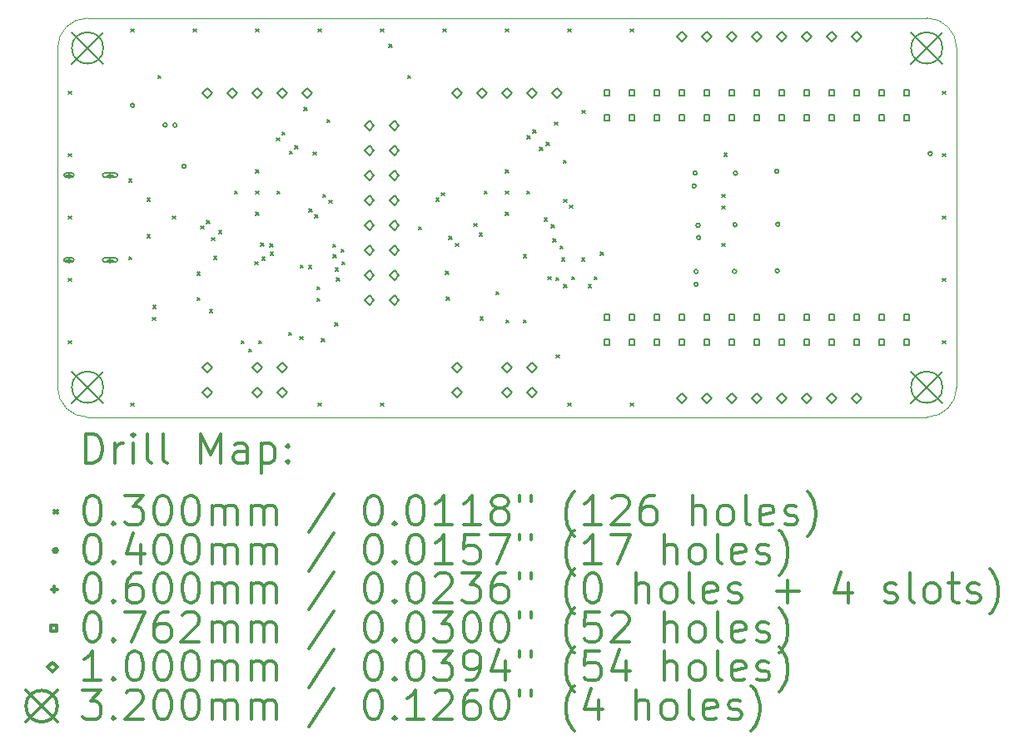
<source format=gbr>
%FSLAX45Y45*%
G04 Gerber Fmt 4.5, Leading zero omitted, Abs format (unit mm)*
G04 Created by KiCad (PCBNEW (5.1.10)-1) date 2021-10-21 22:49:51*
%MOMM*%
%LPD*%
G01*
G04 APERTURE LIST*
%TA.AperFunction,Profile*%
%ADD10C,0.050000*%
%TD*%
%ADD11C,0.200000*%
%ADD12C,0.300000*%
G04 APERTURE END LIST*
D10*
X9906000Y-7924800D02*
G75*
G02*
X10210800Y-7620000I304800J0D01*
G01*
X18745200Y-7620000D02*
G75*
G02*
X19050000Y-7924800I0J-304800D01*
G01*
X19050000Y-11379200D02*
G75*
G02*
X18745200Y-11684000I-304800J0D01*
G01*
X10210800Y-11684000D02*
G75*
G02*
X9906000Y-11379200I0J304800D01*
G01*
X9906000Y-7924800D02*
X9906000Y-11379200D01*
X18745200Y-11684000D02*
X10210800Y-11684000D01*
X19050000Y-7924800D02*
X19050000Y-11379200D01*
X10210800Y-7620000D02*
X18745200Y-7620000D01*
D11*
X10018000Y-8367000D02*
X10048000Y-8397000D01*
X10048000Y-8367000D02*
X10018000Y-8397000D01*
X10018000Y-9002000D02*
X10048000Y-9032000D01*
X10048000Y-9002000D02*
X10018000Y-9032000D01*
X10018000Y-9637000D02*
X10048000Y-9667000D01*
X10048000Y-9637000D02*
X10018000Y-9667000D01*
X10018000Y-10272000D02*
X10048000Y-10302000D01*
X10048000Y-10272000D02*
X10018000Y-10302000D01*
X10018000Y-10907000D02*
X10048000Y-10937000D01*
X10048000Y-10907000D02*
X10018000Y-10937000D01*
X10631000Y-9259000D02*
X10661000Y-9289000D01*
X10661000Y-9259000D02*
X10631000Y-9289000D01*
X10631000Y-10049000D02*
X10661000Y-10079000D01*
X10661000Y-10049000D02*
X10631000Y-10079000D01*
X10653000Y-7732000D02*
X10683000Y-7762000D01*
X10683000Y-7732000D02*
X10653000Y-7762000D01*
X10653000Y-11542000D02*
X10683000Y-11572000D01*
X10683000Y-11542000D02*
X10653000Y-11572000D01*
X10815000Y-9455000D02*
X10845000Y-9485000D01*
X10845000Y-9455000D02*
X10815000Y-9485000D01*
X10815000Y-9825000D02*
X10845000Y-9855000D01*
X10845000Y-9825000D02*
X10815000Y-9855000D01*
X10870000Y-10670000D02*
X10900000Y-10700000D01*
X10900000Y-10670000D02*
X10870000Y-10700000D01*
X10875000Y-10545000D02*
X10905000Y-10575000D01*
X10905000Y-10545000D02*
X10875000Y-10575000D01*
X10925000Y-8205000D02*
X10955000Y-8235000D01*
X10955000Y-8205000D02*
X10925000Y-8235000D01*
X11075000Y-9635000D02*
X11105000Y-9665000D01*
X11105000Y-9635000D02*
X11075000Y-9665000D01*
X11288000Y-7732000D02*
X11318000Y-7762000D01*
X11318000Y-7732000D02*
X11288000Y-7762000D01*
X11325000Y-10205000D02*
X11355000Y-10235000D01*
X11355000Y-10205000D02*
X11325000Y-10235000D01*
X11325000Y-10465000D02*
X11355000Y-10495000D01*
X11355000Y-10465000D02*
X11325000Y-10495000D01*
X11361000Y-9739000D02*
X11391000Y-9769000D01*
X11391000Y-9739000D02*
X11361000Y-9769000D01*
X11421000Y-9682431D02*
X11451000Y-9712431D01*
X11451000Y-9682431D02*
X11421000Y-9712431D01*
X11451000Y-10589000D02*
X11481000Y-10619000D01*
X11481000Y-10589000D02*
X11451000Y-10619000D01*
X11475000Y-9855000D02*
X11505000Y-9885000D01*
X11505000Y-9855000D02*
X11475000Y-9885000D01*
X11495000Y-10045000D02*
X11525000Y-10075000D01*
X11525000Y-10045000D02*
X11495000Y-10075000D01*
X11545000Y-9785000D02*
X11575000Y-9815000D01*
X11575000Y-9785000D02*
X11545000Y-9815000D01*
X11707474Y-9383000D02*
X11737474Y-9413000D01*
X11737474Y-9383000D02*
X11707474Y-9413000D01*
X11775000Y-10905000D02*
X11805000Y-10935000D01*
X11805000Y-10905000D02*
X11775000Y-10935000D01*
X11851000Y-10989001D02*
X11881000Y-11019001D01*
X11881000Y-10989001D02*
X11851000Y-11019001D01*
X11915333Y-10101698D02*
X11945333Y-10131698D01*
X11945333Y-10101698D02*
X11915333Y-10131698D01*
X11923000Y-7732000D02*
X11953000Y-7762000D01*
X11953000Y-7732000D02*
X11923000Y-7762000D01*
X11923000Y-9167474D02*
X11953000Y-9197474D01*
X11953000Y-9167474D02*
X11923000Y-9197474D01*
X11923000Y-9383000D02*
X11953000Y-9413000D01*
X11953000Y-9383000D02*
X11923000Y-9413000D01*
X11923000Y-9598526D02*
X11953000Y-9628526D01*
X11953000Y-9598526D02*
X11923000Y-9628526D01*
X11951000Y-10905000D02*
X11981000Y-10935000D01*
X11981000Y-10905000D02*
X11951000Y-10935000D01*
X11972000Y-9910000D02*
X12002000Y-9940000D01*
X12002000Y-9910000D02*
X11972000Y-9940000D01*
X11986000Y-10056000D02*
X12016000Y-10086000D01*
X12016000Y-10056000D02*
X11986000Y-10086000D01*
X12064777Y-9917223D02*
X12094777Y-9947223D01*
X12094777Y-9917223D02*
X12064777Y-9947223D01*
X12069999Y-10002000D02*
X12099999Y-10032000D01*
X12099999Y-10002000D02*
X12069999Y-10032000D01*
X12131000Y-8839000D02*
X12161000Y-8869000D01*
X12161000Y-8839000D02*
X12131000Y-8869000D01*
X12138526Y-9383000D02*
X12168526Y-9413000D01*
X12168526Y-9383000D02*
X12138526Y-9413000D01*
X12187569Y-8779000D02*
X12217569Y-8809000D01*
X12217569Y-8779000D02*
X12187569Y-8809000D01*
X12255000Y-10820000D02*
X12285000Y-10850000D01*
X12285000Y-10820000D02*
X12255000Y-10850000D01*
X12264431Y-8975569D02*
X12294431Y-9005569D01*
X12294431Y-8975569D02*
X12264431Y-9005569D01*
X12321000Y-8919000D02*
X12351000Y-8949000D01*
X12351000Y-8919000D02*
X12321000Y-8949000D01*
X12370000Y-10865000D02*
X12400000Y-10895000D01*
X12400000Y-10865000D02*
X12370000Y-10895000D01*
X12375000Y-10135000D02*
X12405000Y-10165000D01*
X12405000Y-10135000D02*
X12375000Y-10165000D01*
X12411000Y-8529000D02*
X12441000Y-8559000D01*
X12441000Y-8529000D02*
X12411000Y-8559000D01*
X12460000Y-10140000D02*
X12490000Y-10170000D01*
X12490000Y-10140000D02*
X12460000Y-10170000D01*
X12465000Y-9565000D02*
X12495000Y-9595000D01*
X12495000Y-9565000D02*
X12465000Y-9595000D01*
X12505000Y-8985000D02*
X12535000Y-9015000D01*
X12535000Y-8985000D02*
X12505000Y-9015000D01*
X12525000Y-9625000D02*
X12555000Y-9655000D01*
X12555000Y-9625000D02*
X12525000Y-9655000D01*
X12545000Y-10355000D02*
X12575000Y-10385000D01*
X12575000Y-10355000D02*
X12545000Y-10385000D01*
X12545000Y-10475000D02*
X12575000Y-10505000D01*
X12575000Y-10475000D02*
X12545000Y-10505000D01*
X12558000Y-7732000D02*
X12588000Y-7762000D01*
X12588000Y-7732000D02*
X12558000Y-7762000D01*
X12558000Y-11542000D02*
X12588000Y-11572000D01*
X12588000Y-11542000D02*
X12558000Y-11572000D01*
X12590000Y-10885000D02*
X12620000Y-10915000D01*
X12620000Y-10885000D02*
X12590000Y-10915000D01*
X12605000Y-9415000D02*
X12635000Y-9445000D01*
X12635000Y-9415000D02*
X12605000Y-9445000D01*
X12645000Y-8655000D02*
X12675000Y-8685000D01*
X12675000Y-8655000D02*
X12645000Y-8685000D01*
X12665000Y-9475000D02*
X12695000Y-9505000D01*
X12695000Y-9475000D02*
X12665000Y-9505000D01*
X12704000Y-9922000D02*
X12734000Y-9952000D01*
X12734000Y-9922000D02*
X12704000Y-9952000D01*
X12709000Y-10029000D02*
X12739000Y-10059000D01*
X12739000Y-10029000D02*
X12709000Y-10059000D01*
X12727701Y-10725000D02*
X12757701Y-10755000D01*
X12757701Y-10725000D02*
X12727701Y-10755000D01*
X12731347Y-10163000D02*
X12761347Y-10193000D01*
X12761347Y-10163000D02*
X12731347Y-10193000D01*
X12743000Y-10266000D02*
X12773000Y-10296000D01*
X12773000Y-10266000D02*
X12743000Y-10296000D01*
X12791000Y-9976000D02*
X12821000Y-10006000D01*
X12821000Y-9976000D02*
X12791000Y-10006000D01*
X12796000Y-10103000D02*
X12826000Y-10133000D01*
X12826000Y-10103000D02*
X12796000Y-10133000D01*
X13193000Y-7732000D02*
X13223000Y-7762000D01*
X13223000Y-7732000D02*
X13193000Y-7762000D01*
X13193000Y-11542000D02*
X13223000Y-11572000D01*
X13223000Y-11542000D02*
X13193000Y-11572000D01*
X13275000Y-7885000D02*
X13305000Y-7915000D01*
X13305000Y-7885000D02*
X13275000Y-7915000D01*
X13465000Y-8205000D02*
X13495000Y-8235000D01*
X13495000Y-8205000D02*
X13465000Y-8235000D01*
X13575000Y-9745000D02*
X13605000Y-9775000D01*
X13605000Y-9745000D02*
X13575000Y-9775000D01*
X13755000Y-9455000D02*
X13785000Y-9485000D01*
X13785000Y-9455000D02*
X13755000Y-9485000D01*
X13811569Y-9398431D02*
X13841569Y-9428431D01*
X13841569Y-9398431D02*
X13811569Y-9428431D01*
X13828000Y-7732000D02*
X13858000Y-7762000D01*
X13858000Y-7732000D02*
X13828000Y-7762000D01*
X13851000Y-10199000D02*
X13881000Y-10229000D01*
X13881000Y-10199000D02*
X13851000Y-10229000D01*
X13861000Y-10459000D02*
X13891000Y-10489000D01*
X13891000Y-10459000D02*
X13861000Y-10489000D01*
X13885000Y-9845000D02*
X13915000Y-9875000D01*
X13915000Y-9845000D02*
X13885000Y-9875000D01*
X13955000Y-9915000D02*
X13985000Y-9945000D01*
X13985000Y-9915000D02*
X13955000Y-9945000D01*
X14140000Y-9710000D02*
X14170000Y-9740000D01*
X14170000Y-9710000D02*
X14140000Y-9740000D01*
X14194655Y-9810000D02*
X14224655Y-9840000D01*
X14224655Y-9810000D02*
X14194655Y-9840000D01*
X14205000Y-10665000D02*
X14235000Y-10695000D01*
X14235000Y-10665000D02*
X14205000Y-10695000D01*
X14247474Y-9383000D02*
X14277474Y-9413000D01*
X14277474Y-9383000D02*
X14247474Y-9413000D01*
X14365000Y-10407302D02*
X14395000Y-10437302D01*
X14395000Y-10407302D02*
X14365000Y-10437302D01*
X14463000Y-7732000D02*
X14493000Y-7762000D01*
X14493000Y-7732000D02*
X14463000Y-7762000D01*
X14463000Y-9167474D02*
X14493000Y-9197474D01*
X14493000Y-9167474D02*
X14463000Y-9197474D01*
X14463000Y-9383000D02*
X14493000Y-9413000D01*
X14493000Y-9383000D02*
X14463000Y-9413000D01*
X14463000Y-9598526D02*
X14493000Y-9628526D01*
X14493000Y-9598526D02*
X14463000Y-9628526D01*
X14465000Y-10695000D02*
X14495000Y-10725000D01*
X14495000Y-10695000D02*
X14465000Y-10725000D01*
X14645000Y-10030000D02*
X14675000Y-10060000D01*
X14675000Y-10030000D02*
X14645000Y-10060000D01*
X14645000Y-10695000D02*
X14675000Y-10725000D01*
X14675000Y-10695000D02*
X14645000Y-10725000D01*
X14678526Y-9383000D02*
X14708526Y-9413000D01*
X14708526Y-9383000D02*
X14678526Y-9413000D01*
X14681000Y-8819000D02*
X14711000Y-8849000D01*
X14711000Y-8819000D02*
X14681000Y-8849000D01*
X14741000Y-8759000D02*
X14771000Y-8789000D01*
X14771000Y-8759000D02*
X14741000Y-8789000D01*
X14811000Y-8939000D02*
X14841000Y-8969000D01*
X14841000Y-8939000D02*
X14811000Y-8969000D01*
X14855000Y-9655000D02*
X14885000Y-9685000D01*
X14885000Y-9655000D02*
X14855000Y-9685000D01*
X14875000Y-8885000D02*
X14905000Y-8915000D01*
X14905000Y-8885000D02*
X14875000Y-8915000D01*
X14895000Y-10255000D02*
X14925000Y-10285000D01*
X14925000Y-10255000D02*
X14895000Y-10285000D01*
X14925000Y-9725000D02*
X14955000Y-9755000D01*
X14955000Y-9725000D02*
X14925000Y-9755000D01*
X14945000Y-9870000D02*
X14975000Y-9900000D01*
X14975000Y-9870000D02*
X14945000Y-9900000D01*
X14961000Y-8679000D02*
X14991000Y-8709000D01*
X14991000Y-8679000D02*
X14961000Y-8709000D01*
X14974823Y-10260322D02*
X15004823Y-10290322D01*
X15004823Y-10260322D02*
X14974823Y-10290322D01*
X14980000Y-11050000D02*
X15010000Y-11080000D01*
X15010000Y-11050000D02*
X14980000Y-11080000D01*
X15015000Y-9940000D02*
X15045000Y-9970000D01*
X15045000Y-9940000D02*
X15015000Y-9970000D01*
X15035000Y-10065000D02*
X15065000Y-10095000D01*
X15065000Y-10065000D02*
X15035000Y-10095000D01*
X15051000Y-9069000D02*
X15081000Y-9099000D01*
X15081000Y-9069000D02*
X15051000Y-9099000D01*
X15055000Y-9465000D02*
X15085000Y-9495000D01*
X15085000Y-9465000D02*
X15055000Y-9495000D01*
X15055000Y-10335000D02*
X15085000Y-10365000D01*
X15085000Y-10335000D02*
X15055000Y-10365000D01*
X15098000Y-7732000D02*
X15128000Y-7762000D01*
X15128000Y-7732000D02*
X15098000Y-7762000D01*
X15098000Y-11542000D02*
X15128000Y-11572000D01*
X15128000Y-11542000D02*
X15098000Y-11572000D01*
X15115000Y-9525000D02*
X15145000Y-9555000D01*
X15145000Y-9525000D02*
X15115000Y-9555000D01*
X15135000Y-10253210D02*
X15165000Y-10283210D01*
X15165000Y-10253210D02*
X15135000Y-10283210D01*
X15235000Y-10065000D02*
X15265000Y-10095000D01*
X15265000Y-10065000D02*
X15235000Y-10095000D01*
X15241000Y-8559000D02*
X15271000Y-8589000D01*
X15271000Y-8559000D02*
X15241000Y-8589000D01*
X15305000Y-10335000D02*
X15335000Y-10365000D01*
X15335000Y-10335000D02*
X15305000Y-10365000D01*
X15365000Y-10255000D02*
X15395000Y-10285000D01*
X15395000Y-10255000D02*
X15365000Y-10285000D01*
X15425000Y-10005000D02*
X15455000Y-10035000D01*
X15455000Y-10005000D02*
X15425000Y-10035000D01*
X15733000Y-7732000D02*
X15763000Y-7762000D01*
X15763000Y-7732000D02*
X15733000Y-7762000D01*
X15733000Y-11542000D02*
X15763000Y-11572000D01*
X15763000Y-11542000D02*
X15733000Y-11572000D01*
X16665000Y-9415000D02*
X16695000Y-9445000D01*
X16695000Y-9415000D02*
X16665000Y-9445000D01*
X16665000Y-9535000D02*
X16695000Y-9565000D01*
X16695000Y-9535000D02*
X16665000Y-9565000D01*
X16665000Y-9915000D02*
X16695000Y-9945000D01*
X16695000Y-9915000D02*
X16665000Y-9945000D01*
X16685587Y-8995546D02*
X16715587Y-9025546D01*
X16715587Y-8995546D02*
X16685587Y-9025546D01*
X18908000Y-8367000D02*
X18938000Y-8397000D01*
X18938000Y-8367000D02*
X18908000Y-8397000D01*
X18908000Y-9002000D02*
X18938000Y-9032000D01*
X18938000Y-9002000D02*
X18908000Y-9032000D01*
X18908000Y-9637000D02*
X18938000Y-9667000D01*
X18938000Y-9637000D02*
X18908000Y-9667000D01*
X18908000Y-10272000D02*
X18938000Y-10302000D01*
X18938000Y-10272000D02*
X18908000Y-10302000D01*
X18908000Y-10907000D02*
X18938000Y-10937000D01*
X18938000Y-10907000D02*
X18908000Y-10937000D01*
X10688000Y-8509000D02*
G75*
G03*
X10688000Y-8509000I-20000J0D01*
G01*
X11019008Y-8709734D02*
G75*
G03*
X11019008Y-8709734I-20000J0D01*
G01*
X11119000Y-8711000D02*
G75*
G03*
X11119000Y-8711000I-20000J0D01*
G01*
X11210000Y-9130000D02*
G75*
G03*
X11210000Y-9130000I-20000J0D01*
G01*
X16400000Y-9330000D02*
G75*
G03*
X16400000Y-9330000I-20000J0D01*
G01*
X16410000Y-9200000D02*
G75*
G03*
X16410000Y-9200000I-20000J0D01*
G01*
X16420000Y-10200000D02*
G75*
G03*
X16420000Y-10200000I-20000J0D01*
G01*
X16420000Y-10330000D02*
G75*
G03*
X16420000Y-10330000I-20000J0D01*
G01*
X16440000Y-9730000D02*
G75*
G03*
X16440000Y-9730000I-20000J0D01*
G01*
X16445000Y-9855000D02*
G75*
G03*
X16445000Y-9855000I-20000J0D01*
G01*
X16810000Y-10200000D02*
G75*
G03*
X16810000Y-10200000I-20000J0D01*
G01*
X16815000Y-9725000D02*
G75*
G03*
X16815000Y-9725000I-20000J0D01*
G01*
X16820000Y-9200000D02*
G75*
G03*
X16820000Y-9200000I-20000J0D01*
G01*
X17240000Y-9180000D02*
G75*
G03*
X17240000Y-9180000I-20000J0D01*
G01*
X17245000Y-10195000D02*
G75*
G03*
X17245000Y-10195000I-20000J0D01*
G01*
X17250000Y-9720000D02*
G75*
G03*
X17250000Y-9720000I-20000J0D01*
G01*
X18800000Y-9000000D02*
G75*
G03*
X18800000Y-9000000I-20000J0D01*
G01*
X10021000Y-9190000D02*
X10021000Y-9250000D01*
X9991000Y-9220000D02*
X10051000Y-9220000D01*
X10051000Y-9200000D02*
X9991000Y-9200000D01*
X10051000Y-9240000D02*
X9991000Y-9240000D01*
X9991000Y-9200000D02*
G75*
G03*
X9991000Y-9240000I0J-20000D01*
G01*
X10051000Y-9240000D02*
G75*
G03*
X10051000Y-9200000I0J20000D01*
G01*
X10021000Y-10054000D02*
X10021000Y-10114000D01*
X9991000Y-10084000D02*
X10051000Y-10084000D01*
X10051000Y-10064000D02*
X9991000Y-10064000D01*
X10051000Y-10104000D02*
X9991000Y-10104000D01*
X9991000Y-10064000D02*
G75*
G03*
X9991000Y-10104000I0J-20000D01*
G01*
X10051000Y-10104000D02*
G75*
G03*
X10051000Y-10064000I0J20000D01*
G01*
X10439000Y-9190000D02*
X10439000Y-9250000D01*
X10409000Y-9220000D02*
X10469000Y-9220000D01*
X10494000Y-9200000D02*
X10384000Y-9200000D01*
X10494000Y-9240000D02*
X10384000Y-9240000D01*
X10384000Y-9200000D02*
G75*
G03*
X10384000Y-9240000I0J-20000D01*
G01*
X10494000Y-9240000D02*
G75*
G03*
X10494000Y-9200000I0J20000D01*
G01*
X10439000Y-10054000D02*
X10439000Y-10114000D01*
X10409000Y-10084000D02*
X10469000Y-10084000D01*
X10494000Y-10064000D02*
X10384000Y-10064000D01*
X10494000Y-10104000D02*
X10384000Y-10104000D01*
X10384000Y-10064000D02*
G75*
G03*
X10384000Y-10104000I0J-20000D01*
G01*
X10494000Y-10104000D02*
G75*
G03*
X10494000Y-10064000I0J20000D01*
G01*
X15520941Y-8408941D02*
X15520941Y-8355059D01*
X15467059Y-8355059D01*
X15467059Y-8408941D01*
X15520941Y-8408941D01*
X15520941Y-8662941D02*
X15520941Y-8609059D01*
X15467059Y-8609059D01*
X15467059Y-8662941D01*
X15520941Y-8662941D01*
X15520941Y-10694941D02*
X15520941Y-10641059D01*
X15467059Y-10641059D01*
X15467059Y-10694941D01*
X15520941Y-10694941D01*
X15520941Y-10948941D02*
X15520941Y-10895059D01*
X15467059Y-10895059D01*
X15467059Y-10948941D01*
X15520941Y-10948941D01*
X15774941Y-8408941D02*
X15774941Y-8355059D01*
X15721059Y-8355059D01*
X15721059Y-8408941D01*
X15774941Y-8408941D01*
X15774941Y-8662941D02*
X15774941Y-8609059D01*
X15721059Y-8609059D01*
X15721059Y-8662941D01*
X15774941Y-8662941D01*
X15774941Y-10694941D02*
X15774941Y-10641059D01*
X15721059Y-10641059D01*
X15721059Y-10694941D01*
X15774941Y-10694941D01*
X15774941Y-10948941D02*
X15774941Y-10895059D01*
X15721059Y-10895059D01*
X15721059Y-10948941D01*
X15774941Y-10948941D01*
X16028941Y-8408941D02*
X16028941Y-8355059D01*
X15975059Y-8355059D01*
X15975059Y-8408941D01*
X16028941Y-8408941D01*
X16028941Y-8662941D02*
X16028941Y-8609059D01*
X15975059Y-8609059D01*
X15975059Y-8662941D01*
X16028941Y-8662941D01*
X16028941Y-10694941D02*
X16028941Y-10641059D01*
X15975059Y-10641059D01*
X15975059Y-10694941D01*
X16028941Y-10694941D01*
X16028941Y-10948941D02*
X16028941Y-10895059D01*
X15975059Y-10895059D01*
X15975059Y-10948941D01*
X16028941Y-10948941D01*
X16282941Y-8408941D02*
X16282941Y-8355059D01*
X16229059Y-8355059D01*
X16229059Y-8408941D01*
X16282941Y-8408941D01*
X16282941Y-8662941D02*
X16282941Y-8609059D01*
X16229059Y-8609059D01*
X16229059Y-8662941D01*
X16282941Y-8662941D01*
X16282941Y-10694941D02*
X16282941Y-10641059D01*
X16229059Y-10641059D01*
X16229059Y-10694941D01*
X16282941Y-10694941D01*
X16282941Y-10948941D02*
X16282941Y-10895059D01*
X16229059Y-10895059D01*
X16229059Y-10948941D01*
X16282941Y-10948941D01*
X16536941Y-8408941D02*
X16536941Y-8355059D01*
X16483059Y-8355059D01*
X16483059Y-8408941D01*
X16536941Y-8408941D01*
X16536941Y-8662941D02*
X16536941Y-8609059D01*
X16483059Y-8609059D01*
X16483059Y-8662941D01*
X16536941Y-8662941D01*
X16536941Y-10694941D02*
X16536941Y-10641059D01*
X16483059Y-10641059D01*
X16483059Y-10694941D01*
X16536941Y-10694941D01*
X16536941Y-10948941D02*
X16536941Y-10895059D01*
X16483059Y-10895059D01*
X16483059Y-10948941D01*
X16536941Y-10948941D01*
X16790941Y-8408941D02*
X16790941Y-8355059D01*
X16737059Y-8355059D01*
X16737059Y-8408941D01*
X16790941Y-8408941D01*
X16790941Y-8662941D02*
X16790941Y-8609059D01*
X16737059Y-8609059D01*
X16737059Y-8662941D01*
X16790941Y-8662941D01*
X16790941Y-10694941D02*
X16790941Y-10641059D01*
X16737059Y-10641059D01*
X16737059Y-10694941D01*
X16790941Y-10694941D01*
X16790941Y-10948941D02*
X16790941Y-10895059D01*
X16737059Y-10895059D01*
X16737059Y-10948941D01*
X16790941Y-10948941D01*
X17044941Y-8408941D02*
X17044941Y-8355059D01*
X16991059Y-8355059D01*
X16991059Y-8408941D01*
X17044941Y-8408941D01*
X17044941Y-8662941D02*
X17044941Y-8609059D01*
X16991059Y-8609059D01*
X16991059Y-8662941D01*
X17044941Y-8662941D01*
X17044941Y-10694941D02*
X17044941Y-10641059D01*
X16991059Y-10641059D01*
X16991059Y-10694941D01*
X17044941Y-10694941D01*
X17044941Y-10948941D02*
X17044941Y-10895059D01*
X16991059Y-10895059D01*
X16991059Y-10948941D01*
X17044941Y-10948941D01*
X17298941Y-8408941D02*
X17298941Y-8355059D01*
X17245059Y-8355059D01*
X17245059Y-8408941D01*
X17298941Y-8408941D01*
X17298941Y-8662941D02*
X17298941Y-8609059D01*
X17245059Y-8609059D01*
X17245059Y-8662941D01*
X17298941Y-8662941D01*
X17298941Y-10694941D02*
X17298941Y-10641059D01*
X17245059Y-10641059D01*
X17245059Y-10694941D01*
X17298941Y-10694941D01*
X17298941Y-10948941D02*
X17298941Y-10895059D01*
X17245059Y-10895059D01*
X17245059Y-10948941D01*
X17298941Y-10948941D01*
X17552941Y-8408941D02*
X17552941Y-8355059D01*
X17499059Y-8355059D01*
X17499059Y-8408941D01*
X17552941Y-8408941D01*
X17552941Y-8662941D02*
X17552941Y-8609059D01*
X17499059Y-8609059D01*
X17499059Y-8662941D01*
X17552941Y-8662941D01*
X17552941Y-10694941D02*
X17552941Y-10641059D01*
X17499059Y-10641059D01*
X17499059Y-10694941D01*
X17552941Y-10694941D01*
X17552941Y-10948941D02*
X17552941Y-10895059D01*
X17499059Y-10895059D01*
X17499059Y-10948941D01*
X17552941Y-10948941D01*
X17806941Y-8408941D02*
X17806941Y-8355059D01*
X17753059Y-8355059D01*
X17753059Y-8408941D01*
X17806941Y-8408941D01*
X17806941Y-8662941D02*
X17806941Y-8609059D01*
X17753059Y-8609059D01*
X17753059Y-8662941D01*
X17806941Y-8662941D01*
X17806941Y-10694941D02*
X17806941Y-10641059D01*
X17753059Y-10641059D01*
X17753059Y-10694941D01*
X17806941Y-10694941D01*
X17806941Y-10948941D02*
X17806941Y-10895059D01*
X17753059Y-10895059D01*
X17753059Y-10948941D01*
X17806941Y-10948941D01*
X18060941Y-8408941D02*
X18060941Y-8355059D01*
X18007059Y-8355059D01*
X18007059Y-8408941D01*
X18060941Y-8408941D01*
X18060941Y-8662941D02*
X18060941Y-8609059D01*
X18007059Y-8609059D01*
X18007059Y-8662941D01*
X18060941Y-8662941D01*
X18060941Y-10694941D02*
X18060941Y-10641059D01*
X18007059Y-10641059D01*
X18007059Y-10694941D01*
X18060941Y-10694941D01*
X18060941Y-10948941D02*
X18060941Y-10895059D01*
X18007059Y-10895059D01*
X18007059Y-10948941D01*
X18060941Y-10948941D01*
X18314941Y-8408941D02*
X18314941Y-8355059D01*
X18261059Y-8355059D01*
X18261059Y-8408941D01*
X18314941Y-8408941D01*
X18314941Y-8662941D02*
X18314941Y-8609059D01*
X18261059Y-8609059D01*
X18261059Y-8662941D01*
X18314941Y-8662941D01*
X18314941Y-10694941D02*
X18314941Y-10641059D01*
X18261059Y-10641059D01*
X18261059Y-10694941D01*
X18314941Y-10694941D01*
X18314941Y-10948941D02*
X18314941Y-10895059D01*
X18261059Y-10895059D01*
X18261059Y-10948941D01*
X18314941Y-10948941D01*
X18568941Y-8408941D02*
X18568941Y-8355059D01*
X18515059Y-8355059D01*
X18515059Y-8408941D01*
X18568941Y-8408941D01*
X18568941Y-8662941D02*
X18568941Y-8609059D01*
X18515059Y-8609059D01*
X18515059Y-8662941D01*
X18568941Y-8662941D01*
X18568941Y-10694941D02*
X18568941Y-10641059D01*
X18515059Y-10641059D01*
X18515059Y-10694941D01*
X18568941Y-10694941D01*
X18568941Y-10948941D02*
X18568941Y-10895059D01*
X18515059Y-10895059D01*
X18515059Y-10948941D01*
X18568941Y-10948941D01*
X11430000Y-8432000D02*
X11480000Y-8382000D01*
X11430000Y-8332000D01*
X11380000Y-8382000D01*
X11430000Y-8432000D01*
X11430000Y-11226000D02*
X11480000Y-11176000D01*
X11430000Y-11126000D01*
X11380000Y-11176000D01*
X11430000Y-11226000D01*
X11430000Y-11480000D02*
X11480000Y-11430000D01*
X11430000Y-11380000D01*
X11380000Y-11430000D01*
X11430000Y-11480000D01*
X11684000Y-8432000D02*
X11734000Y-8382000D01*
X11684000Y-8332000D01*
X11634000Y-8382000D01*
X11684000Y-8432000D01*
X11938000Y-8432000D02*
X11988000Y-8382000D01*
X11938000Y-8332000D01*
X11888000Y-8382000D01*
X11938000Y-8432000D01*
X11938000Y-11226000D02*
X11988000Y-11176000D01*
X11938000Y-11126000D01*
X11888000Y-11176000D01*
X11938000Y-11226000D01*
X11938000Y-11480000D02*
X11988000Y-11430000D01*
X11938000Y-11380000D01*
X11888000Y-11430000D01*
X11938000Y-11480000D01*
X12192000Y-8432000D02*
X12242000Y-8382000D01*
X12192000Y-8332000D01*
X12142000Y-8382000D01*
X12192000Y-8432000D01*
X12192000Y-11226000D02*
X12242000Y-11176000D01*
X12192000Y-11126000D01*
X12142000Y-11176000D01*
X12192000Y-11226000D01*
X12192000Y-11480000D02*
X12242000Y-11430000D01*
X12192000Y-11380000D01*
X12142000Y-11430000D01*
X12192000Y-11480000D01*
X12446000Y-8432000D02*
X12496000Y-8382000D01*
X12446000Y-8332000D01*
X12396000Y-8382000D01*
X12446000Y-8432000D01*
X13075920Y-8762200D02*
X13125920Y-8712200D01*
X13075920Y-8662200D01*
X13025920Y-8712200D01*
X13075920Y-8762200D01*
X13075920Y-9016200D02*
X13125920Y-8966200D01*
X13075920Y-8916200D01*
X13025920Y-8966200D01*
X13075920Y-9016200D01*
X13075920Y-9270200D02*
X13125920Y-9220200D01*
X13075920Y-9170200D01*
X13025920Y-9220200D01*
X13075920Y-9270200D01*
X13075920Y-9524200D02*
X13125920Y-9474200D01*
X13075920Y-9424200D01*
X13025920Y-9474200D01*
X13075920Y-9524200D01*
X13075920Y-9778200D02*
X13125920Y-9728200D01*
X13075920Y-9678200D01*
X13025920Y-9728200D01*
X13075920Y-9778200D01*
X13075920Y-10032200D02*
X13125920Y-9982200D01*
X13075920Y-9932200D01*
X13025920Y-9982200D01*
X13075920Y-10032200D01*
X13075920Y-10286200D02*
X13125920Y-10236200D01*
X13075920Y-10186200D01*
X13025920Y-10236200D01*
X13075920Y-10286200D01*
X13075920Y-10540200D02*
X13125920Y-10490200D01*
X13075920Y-10440200D01*
X13025920Y-10490200D01*
X13075920Y-10540200D01*
X13329920Y-8762200D02*
X13379920Y-8712200D01*
X13329920Y-8662200D01*
X13279920Y-8712200D01*
X13329920Y-8762200D01*
X13329920Y-9016200D02*
X13379920Y-8966200D01*
X13329920Y-8916200D01*
X13279920Y-8966200D01*
X13329920Y-9016200D01*
X13329920Y-9270200D02*
X13379920Y-9220200D01*
X13329920Y-9170200D01*
X13279920Y-9220200D01*
X13329920Y-9270200D01*
X13329920Y-9524200D02*
X13379920Y-9474200D01*
X13329920Y-9424200D01*
X13279920Y-9474200D01*
X13329920Y-9524200D01*
X13329920Y-9778200D02*
X13379920Y-9728200D01*
X13329920Y-9678200D01*
X13279920Y-9728200D01*
X13329920Y-9778200D01*
X13329920Y-10032200D02*
X13379920Y-9982200D01*
X13329920Y-9932200D01*
X13279920Y-9982200D01*
X13329920Y-10032200D01*
X13329920Y-10286200D02*
X13379920Y-10236200D01*
X13329920Y-10186200D01*
X13279920Y-10236200D01*
X13329920Y-10286200D01*
X13329920Y-10540200D02*
X13379920Y-10490200D01*
X13329920Y-10440200D01*
X13279920Y-10490200D01*
X13329920Y-10540200D01*
X13970000Y-8432000D02*
X14020000Y-8382000D01*
X13970000Y-8332000D01*
X13920000Y-8382000D01*
X13970000Y-8432000D01*
X13970000Y-11226000D02*
X14020000Y-11176000D01*
X13970000Y-11126000D01*
X13920000Y-11176000D01*
X13970000Y-11226000D01*
X13970000Y-11480000D02*
X14020000Y-11430000D01*
X13970000Y-11380000D01*
X13920000Y-11430000D01*
X13970000Y-11480000D01*
X14224000Y-8432000D02*
X14274000Y-8382000D01*
X14224000Y-8332000D01*
X14174000Y-8382000D01*
X14224000Y-8432000D01*
X14478000Y-8432000D02*
X14528000Y-8382000D01*
X14478000Y-8332000D01*
X14428000Y-8382000D01*
X14478000Y-8432000D01*
X14478000Y-11226000D02*
X14528000Y-11176000D01*
X14478000Y-11126000D01*
X14428000Y-11176000D01*
X14478000Y-11226000D01*
X14478000Y-11480000D02*
X14528000Y-11430000D01*
X14478000Y-11380000D01*
X14428000Y-11430000D01*
X14478000Y-11480000D01*
X14732000Y-8432000D02*
X14782000Y-8382000D01*
X14732000Y-8332000D01*
X14682000Y-8382000D01*
X14732000Y-8432000D01*
X14732000Y-11226000D02*
X14782000Y-11176000D01*
X14732000Y-11126000D01*
X14682000Y-11176000D01*
X14732000Y-11226000D01*
X14732000Y-11480000D02*
X14782000Y-11430000D01*
X14732000Y-11380000D01*
X14682000Y-11430000D01*
X14732000Y-11480000D01*
X14986000Y-8432000D02*
X15036000Y-8382000D01*
X14986000Y-8332000D01*
X14936000Y-8382000D01*
X14986000Y-8432000D01*
X16256000Y-7860500D02*
X16306000Y-7810500D01*
X16256000Y-7760500D01*
X16206000Y-7810500D01*
X16256000Y-7860500D01*
X16256000Y-11543500D02*
X16306000Y-11493500D01*
X16256000Y-11443500D01*
X16206000Y-11493500D01*
X16256000Y-11543500D01*
X16510000Y-7860500D02*
X16560000Y-7810500D01*
X16510000Y-7760500D01*
X16460000Y-7810500D01*
X16510000Y-7860500D01*
X16510000Y-11543500D02*
X16560000Y-11493500D01*
X16510000Y-11443500D01*
X16460000Y-11493500D01*
X16510000Y-11543500D01*
X16764000Y-7860500D02*
X16814000Y-7810500D01*
X16764000Y-7760500D01*
X16714000Y-7810500D01*
X16764000Y-7860500D01*
X16764000Y-11543500D02*
X16814000Y-11493500D01*
X16764000Y-11443500D01*
X16714000Y-11493500D01*
X16764000Y-11543500D01*
X17018000Y-7860500D02*
X17068000Y-7810500D01*
X17018000Y-7760500D01*
X16968000Y-7810500D01*
X17018000Y-7860500D01*
X17018000Y-11543500D02*
X17068000Y-11493500D01*
X17018000Y-11443500D01*
X16968000Y-11493500D01*
X17018000Y-11543500D01*
X17272000Y-7860500D02*
X17322000Y-7810500D01*
X17272000Y-7760500D01*
X17222000Y-7810500D01*
X17272000Y-7860500D01*
X17272000Y-11543500D02*
X17322000Y-11493500D01*
X17272000Y-11443500D01*
X17222000Y-11493500D01*
X17272000Y-11543500D01*
X17526000Y-7860500D02*
X17576000Y-7810500D01*
X17526000Y-7760500D01*
X17476000Y-7810500D01*
X17526000Y-7860500D01*
X17526000Y-11543500D02*
X17576000Y-11493500D01*
X17526000Y-11443500D01*
X17476000Y-11493500D01*
X17526000Y-11543500D01*
X17780000Y-7860500D02*
X17830000Y-7810500D01*
X17780000Y-7760500D01*
X17730000Y-7810500D01*
X17780000Y-7860500D01*
X17780000Y-11543500D02*
X17830000Y-11493500D01*
X17780000Y-11443500D01*
X17730000Y-11493500D01*
X17780000Y-11543500D01*
X18034000Y-7860500D02*
X18084000Y-7810500D01*
X18034000Y-7760500D01*
X17984000Y-7810500D01*
X18034000Y-7860500D01*
X18034000Y-11543500D02*
X18084000Y-11493500D01*
X18034000Y-11443500D01*
X17984000Y-11493500D01*
X18034000Y-11543500D01*
X10050800Y-7764800D02*
X10370800Y-8084800D01*
X10370800Y-7764800D02*
X10050800Y-8084800D01*
X10370800Y-7924800D02*
G75*
G03*
X10370800Y-7924800I-160000J0D01*
G01*
X10050800Y-11219200D02*
X10370800Y-11539200D01*
X10370800Y-11219200D02*
X10050800Y-11539200D01*
X10370800Y-11379200D02*
G75*
G03*
X10370800Y-11379200I-160000J0D01*
G01*
X18585200Y-7764800D02*
X18905200Y-8084800D01*
X18905200Y-7764800D02*
X18585200Y-8084800D01*
X18905200Y-7924800D02*
G75*
G03*
X18905200Y-7924800I-160000J0D01*
G01*
X18585200Y-11219200D02*
X18905200Y-11539200D01*
X18905200Y-11219200D02*
X18585200Y-11539200D01*
X18905200Y-11379200D02*
G75*
G03*
X18905200Y-11379200I-160000J0D01*
G01*
D12*
X10189928Y-12152214D02*
X10189928Y-11852214D01*
X10261357Y-11852214D01*
X10304214Y-11866500D01*
X10332786Y-11895071D01*
X10347071Y-11923643D01*
X10361357Y-11980786D01*
X10361357Y-12023643D01*
X10347071Y-12080786D01*
X10332786Y-12109357D01*
X10304214Y-12137929D01*
X10261357Y-12152214D01*
X10189928Y-12152214D01*
X10489928Y-12152214D02*
X10489928Y-11952214D01*
X10489928Y-12009357D02*
X10504214Y-11980786D01*
X10518500Y-11966500D01*
X10547071Y-11952214D01*
X10575643Y-11952214D01*
X10675643Y-12152214D02*
X10675643Y-11952214D01*
X10675643Y-11852214D02*
X10661357Y-11866500D01*
X10675643Y-11880786D01*
X10689928Y-11866500D01*
X10675643Y-11852214D01*
X10675643Y-11880786D01*
X10861357Y-12152214D02*
X10832786Y-12137929D01*
X10818500Y-12109357D01*
X10818500Y-11852214D01*
X11018500Y-12152214D02*
X10989928Y-12137929D01*
X10975643Y-12109357D01*
X10975643Y-11852214D01*
X11361357Y-12152214D02*
X11361357Y-11852214D01*
X11461357Y-12066500D01*
X11561357Y-11852214D01*
X11561357Y-12152214D01*
X11832786Y-12152214D02*
X11832786Y-11995071D01*
X11818500Y-11966500D01*
X11789928Y-11952214D01*
X11732786Y-11952214D01*
X11704214Y-11966500D01*
X11832786Y-12137929D02*
X11804214Y-12152214D01*
X11732786Y-12152214D01*
X11704214Y-12137929D01*
X11689928Y-12109357D01*
X11689928Y-12080786D01*
X11704214Y-12052214D01*
X11732786Y-12037929D01*
X11804214Y-12037929D01*
X11832786Y-12023643D01*
X11975643Y-11952214D02*
X11975643Y-12252214D01*
X11975643Y-11966500D02*
X12004214Y-11952214D01*
X12061357Y-11952214D01*
X12089928Y-11966500D01*
X12104214Y-11980786D01*
X12118500Y-12009357D01*
X12118500Y-12095071D01*
X12104214Y-12123643D01*
X12089928Y-12137929D01*
X12061357Y-12152214D01*
X12004214Y-12152214D01*
X11975643Y-12137929D01*
X12247071Y-12123643D02*
X12261357Y-12137929D01*
X12247071Y-12152214D01*
X12232786Y-12137929D01*
X12247071Y-12123643D01*
X12247071Y-12152214D01*
X12247071Y-11966500D02*
X12261357Y-11980786D01*
X12247071Y-11995071D01*
X12232786Y-11980786D01*
X12247071Y-11966500D01*
X12247071Y-11995071D01*
X9873500Y-12631500D02*
X9903500Y-12661500D01*
X9903500Y-12631500D02*
X9873500Y-12661500D01*
X10247071Y-12482214D02*
X10275643Y-12482214D01*
X10304214Y-12496500D01*
X10318500Y-12510786D01*
X10332786Y-12539357D01*
X10347071Y-12596500D01*
X10347071Y-12667929D01*
X10332786Y-12725071D01*
X10318500Y-12753643D01*
X10304214Y-12767929D01*
X10275643Y-12782214D01*
X10247071Y-12782214D01*
X10218500Y-12767929D01*
X10204214Y-12753643D01*
X10189928Y-12725071D01*
X10175643Y-12667929D01*
X10175643Y-12596500D01*
X10189928Y-12539357D01*
X10204214Y-12510786D01*
X10218500Y-12496500D01*
X10247071Y-12482214D01*
X10475643Y-12753643D02*
X10489928Y-12767929D01*
X10475643Y-12782214D01*
X10461357Y-12767929D01*
X10475643Y-12753643D01*
X10475643Y-12782214D01*
X10589928Y-12482214D02*
X10775643Y-12482214D01*
X10675643Y-12596500D01*
X10718500Y-12596500D01*
X10747071Y-12610786D01*
X10761357Y-12625071D01*
X10775643Y-12653643D01*
X10775643Y-12725071D01*
X10761357Y-12753643D01*
X10747071Y-12767929D01*
X10718500Y-12782214D01*
X10632786Y-12782214D01*
X10604214Y-12767929D01*
X10589928Y-12753643D01*
X10961357Y-12482214D02*
X10989928Y-12482214D01*
X11018500Y-12496500D01*
X11032786Y-12510786D01*
X11047071Y-12539357D01*
X11061357Y-12596500D01*
X11061357Y-12667929D01*
X11047071Y-12725071D01*
X11032786Y-12753643D01*
X11018500Y-12767929D01*
X10989928Y-12782214D01*
X10961357Y-12782214D01*
X10932786Y-12767929D01*
X10918500Y-12753643D01*
X10904214Y-12725071D01*
X10889928Y-12667929D01*
X10889928Y-12596500D01*
X10904214Y-12539357D01*
X10918500Y-12510786D01*
X10932786Y-12496500D01*
X10961357Y-12482214D01*
X11247071Y-12482214D02*
X11275643Y-12482214D01*
X11304214Y-12496500D01*
X11318500Y-12510786D01*
X11332786Y-12539357D01*
X11347071Y-12596500D01*
X11347071Y-12667929D01*
X11332786Y-12725071D01*
X11318500Y-12753643D01*
X11304214Y-12767929D01*
X11275643Y-12782214D01*
X11247071Y-12782214D01*
X11218500Y-12767929D01*
X11204214Y-12753643D01*
X11189928Y-12725071D01*
X11175643Y-12667929D01*
X11175643Y-12596500D01*
X11189928Y-12539357D01*
X11204214Y-12510786D01*
X11218500Y-12496500D01*
X11247071Y-12482214D01*
X11475643Y-12782214D02*
X11475643Y-12582214D01*
X11475643Y-12610786D02*
X11489928Y-12596500D01*
X11518500Y-12582214D01*
X11561357Y-12582214D01*
X11589928Y-12596500D01*
X11604214Y-12625071D01*
X11604214Y-12782214D01*
X11604214Y-12625071D02*
X11618500Y-12596500D01*
X11647071Y-12582214D01*
X11689928Y-12582214D01*
X11718500Y-12596500D01*
X11732786Y-12625071D01*
X11732786Y-12782214D01*
X11875643Y-12782214D02*
X11875643Y-12582214D01*
X11875643Y-12610786D02*
X11889928Y-12596500D01*
X11918500Y-12582214D01*
X11961357Y-12582214D01*
X11989928Y-12596500D01*
X12004214Y-12625071D01*
X12004214Y-12782214D01*
X12004214Y-12625071D02*
X12018500Y-12596500D01*
X12047071Y-12582214D01*
X12089928Y-12582214D01*
X12118500Y-12596500D01*
X12132786Y-12625071D01*
X12132786Y-12782214D01*
X12718500Y-12467929D02*
X12461357Y-12853643D01*
X13104214Y-12482214D02*
X13132786Y-12482214D01*
X13161357Y-12496500D01*
X13175643Y-12510786D01*
X13189928Y-12539357D01*
X13204214Y-12596500D01*
X13204214Y-12667929D01*
X13189928Y-12725071D01*
X13175643Y-12753643D01*
X13161357Y-12767929D01*
X13132786Y-12782214D01*
X13104214Y-12782214D01*
X13075643Y-12767929D01*
X13061357Y-12753643D01*
X13047071Y-12725071D01*
X13032786Y-12667929D01*
X13032786Y-12596500D01*
X13047071Y-12539357D01*
X13061357Y-12510786D01*
X13075643Y-12496500D01*
X13104214Y-12482214D01*
X13332786Y-12753643D02*
X13347071Y-12767929D01*
X13332786Y-12782214D01*
X13318500Y-12767929D01*
X13332786Y-12753643D01*
X13332786Y-12782214D01*
X13532786Y-12482214D02*
X13561357Y-12482214D01*
X13589928Y-12496500D01*
X13604214Y-12510786D01*
X13618500Y-12539357D01*
X13632786Y-12596500D01*
X13632786Y-12667929D01*
X13618500Y-12725071D01*
X13604214Y-12753643D01*
X13589928Y-12767929D01*
X13561357Y-12782214D01*
X13532786Y-12782214D01*
X13504214Y-12767929D01*
X13489928Y-12753643D01*
X13475643Y-12725071D01*
X13461357Y-12667929D01*
X13461357Y-12596500D01*
X13475643Y-12539357D01*
X13489928Y-12510786D01*
X13504214Y-12496500D01*
X13532786Y-12482214D01*
X13918500Y-12782214D02*
X13747071Y-12782214D01*
X13832786Y-12782214D02*
X13832786Y-12482214D01*
X13804214Y-12525071D01*
X13775643Y-12553643D01*
X13747071Y-12567929D01*
X14204214Y-12782214D02*
X14032786Y-12782214D01*
X14118500Y-12782214D02*
X14118500Y-12482214D01*
X14089928Y-12525071D01*
X14061357Y-12553643D01*
X14032786Y-12567929D01*
X14375643Y-12610786D02*
X14347071Y-12596500D01*
X14332786Y-12582214D01*
X14318500Y-12553643D01*
X14318500Y-12539357D01*
X14332786Y-12510786D01*
X14347071Y-12496500D01*
X14375643Y-12482214D01*
X14432786Y-12482214D01*
X14461357Y-12496500D01*
X14475643Y-12510786D01*
X14489928Y-12539357D01*
X14489928Y-12553643D01*
X14475643Y-12582214D01*
X14461357Y-12596500D01*
X14432786Y-12610786D01*
X14375643Y-12610786D01*
X14347071Y-12625071D01*
X14332786Y-12639357D01*
X14318500Y-12667929D01*
X14318500Y-12725071D01*
X14332786Y-12753643D01*
X14347071Y-12767929D01*
X14375643Y-12782214D01*
X14432786Y-12782214D01*
X14461357Y-12767929D01*
X14475643Y-12753643D01*
X14489928Y-12725071D01*
X14489928Y-12667929D01*
X14475643Y-12639357D01*
X14461357Y-12625071D01*
X14432786Y-12610786D01*
X14604214Y-12482214D02*
X14604214Y-12539357D01*
X14718500Y-12482214D02*
X14718500Y-12539357D01*
X15161357Y-12896500D02*
X15147071Y-12882214D01*
X15118500Y-12839357D01*
X15104214Y-12810786D01*
X15089928Y-12767929D01*
X15075643Y-12696500D01*
X15075643Y-12639357D01*
X15089928Y-12567929D01*
X15104214Y-12525071D01*
X15118500Y-12496500D01*
X15147071Y-12453643D01*
X15161357Y-12439357D01*
X15432786Y-12782214D02*
X15261357Y-12782214D01*
X15347071Y-12782214D02*
X15347071Y-12482214D01*
X15318500Y-12525071D01*
X15289928Y-12553643D01*
X15261357Y-12567929D01*
X15547071Y-12510786D02*
X15561357Y-12496500D01*
X15589928Y-12482214D01*
X15661357Y-12482214D01*
X15689928Y-12496500D01*
X15704214Y-12510786D01*
X15718500Y-12539357D01*
X15718500Y-12567929D01*
X15704214Y-12610786D01*
X15532786Y-12782214D01*
X15718500Y-12782214D01*
X15975643Y-12482214D02*
X15918500Y-12482214D01*
X15889928Y-12496500D01*
X15875643Y-12510786D01*
X15847071Y-12553643D01*
X15832786Y-12610786D01*
X15832786Y-12725071D01*
X15847071Y-12753643D01*
X15861357Y-12767929D01*
X15889928Y-12782214D01*
X15947071Y-12782214D01*
X15975643Y-12767929D01*
X15989928Y-12753643D01*
X16004214Y-12725071D01*
X16004214Y-12653643D01*
X15989928Y-12625071D01*
X15975643Y-12610786D01*
X15947071Y-12596500D01*
X15889928Y-12596500D01*
X15861357Y-12610786D01*
X15847071Y-12625071D01*
X15832786Y-12653643D01*
X16361357Y-12782214D02*
X16361357Y-12482214D01*
X16489928Y-12782214D02*
X16489928Y-12625071D01*
X16475643Y-12596500D01*
X16447071Y-12582214D01*
X16404214Y-12582214D01*
X16375643Y-12596500D01*
X16361357Y-12610786D01*
X16675643Y-12782214D02*
X16647071Y-12767929D01*
X16632786Y-12753643D01*
X16618500Y-12725071D01*
X16618500Y-12639357D01*
X16632786Y-12610786D01*
X16647071Y-12596500D01*
X16675643Y-12582214D01*
X16718500Y-12582214D01*
X16747071Y-12596500D01*
X16761357Y-12610786D01*
X16775643Y-12639357D01*
X16775643Y-12725071D01*
X16761357Y-12753643D01*
X16747071Y-12767929D01*
X16718500Y-12782214D01*
X16675643Y-12782214D01*
X16947071Y-12782214D02*
X16918500Y-12767929D01*
X16904214Y-12739357D01*
X16904214Y-12482214D01*
X17175643Y-12767929D02*
X17147071Y-12782214D01*
X17089928Y-12782214D01*
X17061357Y-12767929D01*
X17047071Y-12739357D01*
X17047071Y-12625071D01*
X17061357Y-12596500D01*
X17089928Y-12582214D01*
X17147071Y-12582214D01*
X17175643Y-12596500D01*
X17189928Y-12625071D01*
X17189928Y-12653643D01*
X17047071Y-12682214D01*
X17304214Y-12767929D02*
X17332786Y-12782214D01*
X17389928Y-12782214D01*
X17418500Y-12767929D01*
X17432786Y-12739357D01*
X17432786Y-12725071D01*
X17418500Y-12696500D01*
X17389928Y-12682214D01*
X17347071Y-12682214D01*
X17318500Y-12667929D01*
X17304214Y-12639357D01*
X17304214Y-12625071D01*
X17318500Y-12596500D01*
X17347071Y-12582214D01*
X17389928Y-12582214D01*
X17418500Y-12596500D01*
X17532786Y-12896500D02*
X17547071Y-12882214D01*
X17575643Y-12839357D01*
X17589928Y-12810786D01*
X17604214Y-12767929D01*
X17618500Y-12696500D01*
X17618500Y-12639357D01*
X17604214Y-12567929D01*
X17589928Y-12525071D01*
X17575643Y-12496500D01*
X17547071Y-12453643D01*
X17532786Y-12439357D01*
X9903500Y-13042500D02*
G75*
G03*
X9903500Y-13042500I-20000J0D01*
G01*
X10247071Y-12878214D02*
X10275643Y-12878214D01*
X10304214Y-12892500D01*
X10318500Y-12906786D01*
X10332786Y-12935357D01*
X10347071Y-12992500D01*
X10347071Y-13063929D01*
X10332786Y-13121071D01*
X10318500Y-13149643D01*
X10304214Y-13163929D01*
X10275643Y-13178214D01*
X10247071Y-13178214D01*
X10218500Y-13163929D01*
X10204214Y-13149643D01*
X10189928Y-13121071D01*
X10175643Y-13063929D01*
X10175643Y-12992500D01*
X10189928Y-12935357D01*
X10204214Y-12906786D01*
X10218500Y-12892500D01*
X10247071Y-12878214D01*
X10475643Y-13149643D02*
X10489928Y-13163929D01*
X10475643Y-13178214D01*
X10461357Y-13163929D01*
X10475643Y-13149643D01*
X10475643Y-13178214D01*
X10747071Y-12978214D02*
X10747071Y-13178214D01*
X10675643Y-12863929D02*
X10604214Y-13078214D01*
X10789928Y-13078214D01*
X10961357Y-12878214D02*
X10989928Y-12878214D01*
X11018500Y-12892500D01*
X11032786Y-12906786D01*
X11047071Y-12935357D01*
X11061357Y-12992500D01*
X11061357Y-13063929D01*
X11047071Y-13121071D01*
X11032786Y-13149643D01*
X11018500Y-13163929D01*
X10989928Y-13178214D01*
X10961357Y-13178214D01*
X10932786Y-13163929D01*
X10918500Y-13149643D01*
X10904214Y-13121071D01*
X10889928Y-13063929D01*
X10889928Y-12992500D01*
X10904214Y-12935357D01*
X10918500Y-12906786D01*
X10932786Y-12892500D01*
X10961357Y-12878214D01*
X11247071Y-12878214D02*
X11275643Y-12878214D01*
X11304214Y-12892500D01*
X11318500Y-12906786D01*
X11332786Y-12935357D01*
X11347071Y-12992500D01*
X11347071Y-13063929D01*
X11332786Y-13121071D01*
X11318500Y-13149643D01*
X11304214Y-13163929D01*
X11275643Y-13178214D01*
X11247071Y-13178214D01*
X11218500Y-13163929D01*
X11204214Y-13149643D01*
X11189928Y-13121071D01*
X11175643Y-13063929D01*
X11175643Y-12992500D01*
X11189928Y-12935357D01*
X11204214Y-12906786D01*
X11218500Y-12892500D01*
X11247071Y-12878214D01*
X11475643Y-13178214D02*
X11475643Y-12978214D01*
X11475643Y-13006786D02*
X11489928Y-12992500D01*
X11518500Y-12978214D01*
X11561357Y-12978214D01*
X11589928Y-12992500D01*
X11604214Y-13021071D01*
X11604214Y-13178214D01*
X11604214Y-13021071D02*
X11618500Y-12992500D01*
X11647071Y-12978214D01*
X11689928Y-12978214D01*
X11718500Y-12992500D01*
X11732786Y-13021071D01*
X11732786Y-13178214D01*
X11875643Y-13178214D02*
X11875643Y-12978214D01*
X11875643Y-13006786D02*
X11889928Y-12992500D01*
X11918500Y-12978214D01*
X11961357Y-12978214D01*
X11989928Y-12992500D01*
X12004214Y-13021071D01*
X12004214Y-13178214D01*
X12004214Y-13021071D02*
X12018500Y-12992500D01*
X12047071Y-12978214D01*
X12089928Y-12978214D01*
X12118500Y-12992500D01*
X12132786Y-13021071D01*
X12132786Y-13178214D01*
X12718500Y-12863929D02*
X12461357Y-13249643D01*
X13104214Y-12878214D02*
X13132786Y-12878214D01*
X13161357Y-12892500D01*
X13175643Y-12906786D01*
X13189928Y-12935357D01*
X13204214Y-12992500D01*
X13204214Y-13063929D01*
X13189928Y-13121071D01*
X13175643Y-13149643D01*
X13161357Y-13163929D01*
X13132786Y-13178214D01*
X13104214Y-13178214D01*
X13075643Y-13163929D01*
X13061357Y-13149643D01*
X13047071Y-13121071D01*
X13032786Y-13063929D01*
X13032786Y-12992500D01*
X13047071Y-12935357D01*
X13061357Y-12906786D01*
X13075643Y-12892500D01*
X13104214Y-12878214D01*
X13332786Y-13149643D02*
X13347071Y-13163929D01*
X13332786Y-13178214D01*
X13318500Y-13163929D01*
X13332786Y-13149643D01*
X13332786Y-13178214D01*
X13532786Y-12878214D02*
X13561357Y-12878214D01*
X13589928Y-12892500D01*
X13604214Y-12906786D01*
X13618500Y-12935357D01*
X13632786Y-12992500D01*
X13632786Y-13063929D01*
X13618500Y-13121071D01*
X13604214Y-13149643D01*
X13589928Y-13163929D01*
X13561357Y-13178214D01*
X13532786Y-13178214D01*
X13504214Y-13163929D01*
X13489928Y-13149643D01*
X13475643Y-13121071D01*
X13461357Y-13063929D01*
X13461357Y-12992500D01*
X13475643Y-12935357D01*
X13489928Y-12906786D01*
X13504214Y-12892500D01*
X13532786Y-12878214D01*
X13918500Y-13178214D02*
X13747071Y-13178214D01*
X13832786Y-13178214D02*
X13832786Y-12878214D01*
X13804214Y-12921071D01*
X13775643Y-12949643D01*
X13747071Y-12963929D01*
X14189928Y-12878214D02*
X14047071Y-12878214D01*
X14032786Y-13021071D01*
X14047071Y-13006786D01*
X14075643Y-12992500D01*
X14147071Y-12992500D01*
X14175643Y-13006786D01*
X14189928Y-13021071D01*
X14204214Y-13049643D01*
X14204214Y-13121071D01*
X14189928Y-13149643D01*
X14175643Y-13163929D01*
X14147071Y-13178214D01*
X14075643Y-13178214D01*
X14047071Y-13163929D01*
X14032786Y-13149643D01*
X14304214Y-12878214D02*
X14504214Y-12878214D01*
X14375643Y-13178214D01*
X14604214Y-12878214D02*
X14604214Y-12935357D01*
X14718500Y-12878214D02*
X14718500Y-12935357D01*
X15161357Y-13292500D02*
X15147071Y-13278214D01*
X15118500Y-13235357D01*
X15104214Y-13206786D01*
X15089928Y-13163929D01*
X15075643Y-13092500D01*
X15075643Y-13035357D01*
X15089928Y-12963929D01*
X15104214Y-12921071D01*
X15118500Y-12892500D01*
X15147071Y-12849643D01*
X15161357Y-12835357D01*
X15432786Y-13178214D02*
X15261357Y-13178214D01*
X15347071Y-13178214D02*
X15347071Y-12878214D01*
X15318500Y-12921071D01*
X15289928Y-12949643D01*
X15261357Y-12963929D01*
X15532786Y-12878214D02*
X15732786Y-12878214D01*
X15604214Y-13178214D01*
X16075643Y-13178214D02*
X16075643Y-12878214D01*
X16204214Y-13178214D02*
X16204214Y-13021071D01*
X16189928Y-12992500D01*
X16161357Y-12978214D01*
X16118500Y-12978214D01*
X16089928Y-12992500D01*
X16075643Y-13006786D01*
X16389928Y-13178214D02*
X16361357Y-13163929D01*
X16347071Y-13149643D01*
X16332786Y-13121071D01*
X16332786Y-13035357D01*
X16347071Y-13006786D01*
X16361357Y-12992500D01*
X16389928Y-12978214D01*
X16432786Y-12978214D01*
X16461357Y-12992500D01*
X16475643Y-13006786D01*
X16489928Y-13035357D01*
X16489928Y-13121071D01*
X16475643Y-13149643D01*
X16461357Y-13163929D01*
X16432786Y-13178214D01*
X16389928Y-13178214D01*
X16661357Y-13178214D02*
X16632786Y-13163929D01*
X16618500Y-13135357D01*
X16618500Y-12878214D01*
X16889928Y-13163929D02*
X16861357Y-13178214D01*
X16804214Y-13178214D01*
X16775643Y-13163929D01*
X16761357Y-13135357D01*
X16761357Y-13021071D01*
X16775643Y-12992500D01*
X16804214Y-12978214D01*
X16861357Y-12978214D01*
X16889928Y-12992500D01*
X16904214Y-13021071D01*
X16904214Y-13049643D01*
X16761357Y-13078214D01*
X17018500Y-13163929D02*
X17047071Y-13178214D01*
X17104214Y-13178214D01*
X17132786Y-13163929D01*
X17147071Y-13135357D01*
X17147071Y-13121071D01*
X17132786Y-13092500D01*
X17104214Y-13078214D01*
X17061357Y-13078214D01*
X17032786Y-13063929D01*
X17018500Y-13035357D01*
X17018500Y-13021071D01*
X17032786Y-12992500D01*
X17061357Y-12978214D01*
X17104214Y-12978214D01*
X17132786Y-12992500D01*
X17247071Y-13292500D02*
X17261357Y-13278214D01*
X17289928Y-13235357D01*
X17304214Y-13206786D01*
X17318500Y-13163929D01*
X17332786Y-13092500D01*
X17332786Y-13035357D01*
X17318500Y-12963929D01*
X17304214Y-12921071D01*
X17289928Y-12892500D01*
X17261357Y-12849643D01*
X17247071Y-12835357D01*
X9873500Y-13408500D02*
X9873500Y-13468500D01*
X9843500Y-13438500D02*
X9903500Y-13438500D01*
X10247071Y-13274214D02*
X10275643Y-13274214D01*
X10304214Y-13288500D01*
X10318500Y-13302786D01*
X10332786Y-13331357D01*
X10347071Y-13388500D01*
X10347071Y-13459929D01*
X10332786Y-13517071D01*
X10318500Y-13545643D01*
X10304214Y-13559929D01*
X10275643Y-13574214D01*
X10247071Y-13574214D01*
X10218500Y-13559929D01*
X10204214Y-13545643D01*
X10189928Y-13517071D01*
X10175643Y-13459929D01*
X10175643Y-13388500D01*
X10189928Y-13331357D01*
X10204214Y-13302786D01*
X10218500Y-13288500D01*
X10247071Y-13274214D01*
X10475643Y-13545643D02*
X10489928Y-13559929D01*
X10475643Y-13574214D01*
X10461357Y-13559929D01*
X10475643Y-13545643D01*
X10475643Y-13574214D01*
X10747071Y-13274214D02*
X10689928Y-13274214D01*
X10661357Y-13288500D01*
X10647071Y-13302786D01*
X10618500Y-13345643D01*
X10604214Y-13402786D01*
X10604214Y-13517071D01*
X10618500Y-13545643D01*
X10632786Y-13559929D01*
X10661357Y-13574214D01*
X10718500Y-13574214D01*
X10747071Y-13559929D01*
X10761357Y-13545643D01*
X10775643Y-13517071D01*
X10775643Y-13445643D01*
X10761357Y-13417071D01*
X10747071Y-13402786D01*
X10718500Y-13388500D01*
X10661357Y-13388500D01*
X10632786Y-13402786D01*
X10618500Y-13417071D01*
X10604214Y-13445643D01*
X10961357Y-13274214D02*
X10989928Y-13274214D01*
X11018500Y-13288500D01*
X11032786Y-13302786D01*
X11047071Y-13331357D01*
X11061357Y-13388500D01*
X11061357Y-13459929D01*
X11047071Y-13517071D01*
X11032786Y-13545643D01*
X11018500Y-13559929D01*
X10989928Y-13574214D01*
X10961357Y-13574214D01*
X10932786Y-13559929D01*
X10918500Y-13545643D01*
X10904214Y-13517071D01*
X10889928Y-13459929D01*
X10889928Y-13388500D01*
X10904214Y-13331357D01*
X10918500Y-13302786D01*
X10932786Y-13288500D01*
X10961357Y-13274214D01*
X11247071Y-13274214D02*
X11275643Y-13274214D01*
X11304214Y-13288500D01*
X11318500Y-13302786D01*
X11332786Y-13331357D01*
X11347071Y-13388500D01*
X11347071Y-13459929D01*
X11332786Y-13517071D01*
X11318500Y-13545643D01*
X11304214Y-13559929D01*
X11275643Y-13574214D01*
X11247071Y-13574214D01*
X11218500Y-13559929D01*
X11204214Y-13545643D01*
X11189928Y-13517071D01*
X11175643Y-13459929D01*
X11175643Y-13388500D01*
X11189928Y-13331357D01*
X11204214Y-13302786D01*
X11218500Y-13288500D01*
X11247071Y-13274214D01*
X11475643Y-13574214D02*
X11475643Y-13374214D01*
X11475643Y-13402786D02*
X11489928Y-13388500D01*
X11518500Y-13374214D01*
X11561357Y-13374214D01*
X11589928Y-13388500D01*
X11604214Y-13417071D01*
X11604214Y-13574214D01*
X11604214Y-13417071D02*
X11618500Y-13388500D01*
X11647071Y-13374214D01*
X11689928Y-13374214D01*
X11718500Y-13388500D01*
X11732786Y-13417071D01*
X11732786Y-13574214D01*
X11875643Y-13574214D02*
X11875643Y-13374214D01*
X11875643Y-13402786D02*
X11889928Y-13388500D01*
X11918500Y-13374214D01*
X11961357Y-13374214D01*
X11989928Y-13388500D01*
X12004214Y-13417071D01*
X12004214Y-13574214D01*
X12004214Y-13417071D02*
X12018500Y-13388500D01*
X12047071Y-13374214D01*
X12089928Y-13374214D01*
X12118500Y-13388500D01*
X12132786Y-13417071D01*
X12132786Y-13574214D01*
X12718500Y-13259929D02*
X12461357Y-13645643D01*
X13104214Y-13274214D02*
X13132786Y-13274214D01*
X13161357Y-13288500D01*
X13175643Y-13302786D01*
X13189928Y-13331357D01*
X13204214Y-13388500D01*
X13204214Y-13459929D01*
X13189928Y-13517071D01*
X13175643Y-13545643D01*
X13161357Y-13559929D01*
X13132786Y-13574214D01*
X13104214Y-13574214D01*
X13075643Y-13559929D01*
X13061357Y-13545643D01*
X13047071Y-13517071D01*
X13032786Y-13459929D01*
X13032786Y-13388500D01*
X13047071Y-13331357D01*
X13061357Y-13302786D01*
X13075643Y-13288500D01*
X13104214Y-13274214D01*
X13332786Y-13545643D02*
X13347071Y-13559929D01*
X13332786Y-13574214D01*
X13318500Y-13559929D01*
X13332786Y-13545643D01*
X13332786Y-13574214D01*
X13532786Y-13274214D02*
X13561357Y-13274214D01*
X13589928Y-13288500D01*
X13604214Y-13302786D01*
X13618500Y-13331357D01*
X13632786Y-13388500D01*
X13632786Y-13459929D01*
X13618500Y-13517071D01*
X13604214Y-13545643D01*
X13589928Y-13559929D01*
X13561357Y-13574214D01*
X13532786Y-13574214D01*
X13504214Y-13559929D01*
X13489928Y-13545643D01*
X13475643Y-13517071D01*
X13461357Y-13459929D01*
X13461357Y-13388500D01*
X13475643Y-13331357D01*
X13489928Y-13302786D01*
X13504214Y-13288500D01*
X13532786Y-13274214D01*
X13747071Y-13302786D02*
X13761357Y-13288500D01*
X13789928Y-13274214D01*
X13861357Y-13274214D01*
X13889928Y-13288500D01*
X13904214Y-13302786D01*
X13918500Y-13331357D01*
X13918500Y-13359929D01*
X13904214Y-13402786D01*
X13732786Y-13574214D01*
X13918500Y-13574214D01*
X14018500Y-13274214D02*
X14204214Y-13274214D01*
X14104214Y-13388500D01*
X14147071Y-13388500D01*
X14175643Y-13402786D01*
X14189928Y-13417071D01*
X14204214Y-13445643D01*
X14204214Y-13517071D01*
X14189928Y-13545643D01*
X14175643Y-13559929D01*
X14147071Y-13574214D01*
X14061357Y-13574214D01*
X14032786Y-13559929D01*
X14018500Y-13545643D01*
X14461357Y-13274214D02*
X14404214Y-13274214D01*
X14375643Y-13288500D01*
X14361357Y-13302786D01*
X14332786Y-13345643D01*
X14318500Y-13402786D01*
X14318500Y-13517071D01*
X14332786Y-13545643D01*
X14347071Y-13559929D01*
X14375643Y-13574214D01*
X14432786Y-13574214D01*
X14461357Y-13559929D01*
X14475643Y-13545643D01*
X14489928Y-13517071D01*
X14489928Y-13445643D01*
X14475643Y-13417071D01*
X14461357Y-13402786D01*
X14432786Y-13388500D01*
X14375643Y-13388500D01*
X14347071Y-13402786D01*
X14332786Y-13417071D01*
X14318500Y-13445643D01*
X14604214Y-13274214D02*
X14604214Y-13331357D01*
X14718500Y-13274214D02*
X14718500Y-13331357D01*
X15161357Y-13688500D02*
X15147071Y-13674214D01*
X15118500Y-13631357D01*
X15104214Y-13602786D01*
X15089928Y-13559929D01*
X15075643Y-13488500D01*
X15075643Y-13431357D01*
X15089928Y-13359929D01*
X15104214Y-13317071D01*
X15118500Y-13288500D01*
X15147071Y-13245643D01*
X15161357Y-13231357D01*
X15332786Y-13274214D02*
X15361357Y-13274214D01*
X15389928Y-13288500D01*
X15404214Y-13302786D01*
X15418500Y-13331357D01*
X15432786Y-13388500D01*
X15432786Y-13459929D01*
X15418500Y-13517071D01*
X15404214Y-13545643D01*
X15389928Y-13559929D01*
X15361357Y-13574214D01*
X15332786Y-13574214D01*
X15304214Y-13559929D01*
X15289928Y-13545643D01*
X15275643Y-13517071D01*
X15261357Y-13459929D01*
X15261357Y-13388500D01*
X15275643Y-13331357D01*
X15289928Y-13302786D01*
X15304214Y-13288500D01*
X15332786Y-13274214D01*
X15789928Y-13574214D02*
X15789928Y-13274214D01*
X15918500Y-13574214D02*
X15918500Y-13417071D01*
X15904214Y-13388500D01*
X15875643Y-13374214D01*
X15832786Y-13374214D01*
X15804214Y-13388500D01*
X15789928Y-13402786D01*
X16104214Y-13574214D02*
X16075643Y-13559929D01*
X16061357Y-13545643D01*
X16047071Y-13517071D01*
X16047071Y-13431357D01*
X16061357Y-13402786D01*
X16075643Y-13388500D01*
X16104214Y-13374214D01*
X16147071Y-13374214D01*
X16175643Y-13388500D01*
X16189928Y-13402786D01*
X16204214Y-13431357D01*
X16204214Y-13517071D01*
X16189928Y-13545643D01*
X16175643Y-13559929D01*
X16147071Y-13574214D01*
X16104214Y-13574214D01*
X16375643Y-13574214D02*
X16347071Y-13559929D01*
X16332786Y-13531357D01*
X16332786Y-13274214D01*
X16604214Y-13559929D02*
X16575643Y-13574214D01*
X16518500Y-13574214D01*
X16489928Y-13559929D01*
X16475643Y-13531357D01*
X16475643Y-13417071D01*
X16489928Y-13388500D01*
X16518500Y-13374214D01*
X16575643Y-13374214D01*
X16604214Y-13388500D01*
X16618500Y-13417071D01*
X16618500Y-13445643D01*
X16475643Y-13474214D01*
X16732786Y-13559929D02*
X16761357Y-13574214D01*
X16818500Y-13574214D01*
X16847071Y-13559929D01*
X16861357Y-13531357D01*
X16861357Y-13517071D01*
X16847071Y-13488500D01*
X16818500Y-13474214D01*
X16775643Y-13474214D01*
X16747071Y-13459929D01*
X16732786Y-13431357D01*
X16732786Y-13417071D01*
X16747071Y-13388500D01*
X16775643Y-13374214D01*
X16818500Y-13374214D01*
X16847071Y-13388500D01*
X17218500Y-13459929D02*
X17447071Y-13459929D01*
X17332786Y-13574214D02*
X17332786Y-13345643D01*
X17947071Y-13374214D02*
X17947071Y-13574214D01*
X17875643Y-13259929D02*
X17804214Y-13474214D01*
X17989928Y-13474214D01*
X18318500Y-13559929D02*
X18347071Y-13574214D01*
X18404214Y-13574214D01*
X18432786Y-13559929D01*
X18447071Y-13531357D01*
X18447071Y-13517071D01*
X18432786Y-13488500D01*
X18404214Y-13474214D01*
X18361357Y-13474214D01*
X18332786Y-13459929D01*
X18318500Y-13431357D01*
X18318500Y-13417071D01*
X18332786Y-13388500D01*
X18361357Y-13374214D01*
X18404214Y-13374214D01*
X18432786Y-13388500D01*
X18618500Y-13574214D02*
X18589928Y-13559929D01*
X18575643Y-13531357D01*
X18575643Y-13274214D01*
X18775643Y-13574214D02*
X18747071Y-13559929D01*
X18732786Y-13545643D01*
X18718500Y-13517071D01*
X18718500Y-13431357D01*
X18732786Y-13402786D01*
X18747071Y-13388500D01*
X18775643Y-13374214D01*
X18818500Y-13374214D01*
X18847071Y-13388500D01*
X18861357Y-13402786D01*
X18875643Y-13431357D01*
X18875643Y-13517071D01*
X18861357Y-13545643D01*
X18847071Y-13559929D01*
X18818500Y-13574214D01*
X18775643Y-13574214D01*
X18961357Y-13374214D02*
X19075643Y-13374214D01*
X19004214Y-13274214D02*
X19004214Y-13531357D01*
X19018500Y-13559929D01*
X19047071Y-13574214D01*
X19075643Y-13574214D01*
X19161357Y-13559929D02*
X19189928Y-13574214D01*
X19247071Y-13574214D01*
X19275643Y-13559929D01*
X19289928Y-13531357D01*
X19289928Y-13517071D01*
X19275643Y-13488500D01*
X19247071Y-13474214D01*
X19204214Y-13474214D01*
X19175643Y-13459929D01*
X19161357Y-13431357D01*
X19161357Y-13417071D01*
X19175643Y-13388500D01*
X19204214Y-13374214D01*
X19247071Y-13374214D01*
X19275643Y-13388500D01*
X19389928Y-13688500D02*
X19404214Y-13674214D01*
X19432786Y-13631357D01*
X19447071Y-13602786D01*
X19461357Y-13559929D01*
X19475643Y-13488500D01*
X19475643Y-13431357D01*
X19461357Y-13359929D01*
X19447071Y-13317071D01*
X19432786Y-13288500D01*
X19404214Y-13245643D01*
X19389928Y-13231357D01*
X9892341Y-13861441D02*
X9892341Y-13807559D01*
X9838459Y-13807559D01*
X9838459Y-13861441D01*
X9892341Y-13861441D01*
X10247071Y-13670214D02*
X10275643Y-13670214D01*
X10304214Y-13684500D01*
X10318500Y-13698786D01*
X10332786Y-13727357D01*
X10347071Y-13784500D01*
X10347071Y-13855929D01*
X10332786Y-13913071D01*
X10318500Y-13941643D01*
X10304214Y-13955929D01*
X10275643Y-13970214D01*
X10247071Y-13970214D01*
X10218500Y-13955929D01*
X10204214Y-13941643D01*
X10189928Y-13913071D01*
X10175643Y-13855929D01*
X10175643Y-13784500D01*
X10189928Y-13727357D01*
X10204214Y-13698786D01*
X10218500Y-13684500D01*
X10247071Y-13670214D01*
X10475643Y-13941643D02*
X10489928Y-13955929D01*
X10475643Y-13970214D01*
X10461357Y-13955929D01*
X10475643Y-13941643D01*
X10475643Y-13970214D01*
X10589928Y-13670214D02*
X10789928Y-13670214D01*
X10661357Y-13970214D01*
X11032786Y-13670214D02*
X10975643Y-13670214D01*
X10947071Y-13684500D01*
X10932786Y-13698786D01*
X10904214Y-13741643D01*
X10889928Y-13798786D01*
X10889928Y-13913071D01*
X10904214Y-13941643D01*
X10918500Y-13955929D01*
X10947071Y-13970214D01*
X11004214Y-13970214D01*
X11032786Y-13955929D01*
X11047071Y-13941643D01*
X11061357Y-13913071D01*
X11061357Y-13841643D01*
X11047071Y-13813071D01*
X11032786Y-13798786D01*
X11004214Y-13784500D01*
X10947071Y-13784500D01*
X10918500Y-13798786D01*
X10904214Y-13813071D01*
X10889928Y-13841643D01*
X11175643Y-13698786D02*
X11189928Y-13684500D01*
X11218500Y-13670214D01*
X11289928Y-13670214D01*
X11318500Y-13684500D01*
X11332786Y-13698786D01*
X11347071Y-13727357D01*
X11347071Y-13755929D01*
X11332786Y-13798786D01*
X11161357Y-13970214D01*
X11347071Y-13970214D01*
X11475643Y-13970214D02*
X11475643Y-13770214D01*
X11475643Y-13798786D02*
X11489928Y-13784500D01*
X11518500Y-13770214D01*
X11561357Y-13770214D01*
X11589928Y-13784500D01*
X11604214Y-13813071D01*
X11604214Y-13970214D01*
X11604214Y-13813071D02*
X11618500Y-13784500D01*
X11647071Y-13770214D01*
X11689928Y-13770214D01*
X11718500Y-13784500D01*
X11732786Y-13813071D01*
X11732786Y-13970214D01*
X11875643Y-13970214D02*
X11875643Y-13770214D01*
X11875643Y-13798786D02*
X11889928Y-13784500D01*
X11918500Y-13770214D01*
X11961357Y-13770214D01*
X11989928Y-13784500D01*
X12004214Y-13813071D01*
X12004214Y-13970214D01*
X12004214Y-13813071D02*
X12018500Y-13784500D01*
X12047071Y-13770214D01*
X12089928Y-13770214D01*
X12118500Y-13784500D01*
X12132786Y-13813071D01*
X12132786Y-13970214D01*
X12718500Y-13655929D02*
X12461357Y-14041643D01*
X13104214Y-13670214D02*
X13132786Y-13670214D01*
X13161357Y-13684500D01*
X13175643Y-13698786D01*
X13189928Y-13727357D01*
X13204214Y-13784500D01*
X13204214Y-13855929D01*
X13189928Y-13913071D01*
X13175643Y-13941643D01*
X13161357Y-13955929D01*
X13132786Y-13970214D01*
X13104214Y-13970214D01*
X13075643Y-13955929D01*
X13061357Y-13941643D01*
X13047071Y-13913071D01*
X13032786Y-13855929D01*
X13032786Y-13784500D01*
X13047071Y-13727357D01*
X13061357Y-13698786D01*
X13075643Y-13684500D01*
X13104214Y-13670214D01*
X13332786Y-13941643D02*
X13347071Y-13955929D01*
X13332786Y-13970214D01*
X13318500Y-13955929D01*
X13332786Y-13941643D01*
X13332786Y-13970214D01*
X13532786Y-13670214D02*
X13561357Y-13670214D01*
X13589928Y-13684500D01*
X13604214Y-13698786D01*
X13618500Y-13727357D01*
X13632786Y-13784500D01*
X13632786Y-13855929D01*
X13618500Y-13913071D01*
X13604214Y-13941643D01*
X13589928Y-13955929D01*
X13561357Y-13970214D01*
X13532786Y-13970214D01*
X13504214Y-13955929D01*
X13489928Y-13941643D01*
X13475643Y-13913071D01*
X13461357Y-13855929D01*
X13461357Y-13784500D01*
X13475643Y-13727357D01*
X13489928Y-13698786D01*
X13504214Y-13684500D01*
X13532786Y-13670214D01*
X13732786Y-13670214D02*
X13918500Y-13670214D01*
X13818500Y-13784500D01*
X13861357Y-13784500D01*
X13889928Y-13798786D01*
X13904214Y-13813071D01*
X13918500Y-13841643D01*
X13918500Y-13913071D01*
X13904214Y-13941643D01*
X13889928Y-13955929D01*
X13861357Y-13970214D01*
X13775643Y-13970214D01*
X13747071Y-13955929D01*
X13732786Y-13941643D01*
X14104214Y-13670214D02*
X14132786Y-13670214D01*
X14161357Y-13684500D01*
X14175643Y-13698786D01*
X14189928Y-13727357D01*
X14204214Y-13784500D01*
X14204214Y-13855929D01*
X14189928Y-13913071D01*
X14175643Y-13941643D01*
X14161357Y-13955929D01*
X14132786Y-13970214D01*
X14104214Y-13970214D01*
X14075643Y-13955929D01*
X14061357Y-13941643D01*
X14047071Y-13913071D01*
X14032786Y-13855929D01*
X14032786Y-13784500D01*
X14047071Y-13727357D01*
X14061357Y-13698786D01*
X14075643Y-13684500D01*
X14104214Y-13670214D01*
X14389928Y-13670214D02*
X14418500Y-13670214D01*
X14447071Y-13684500D01*
X14461357Y-13698786D01*
X14475643Y-13727357D01*
X14489928Y-13784500D01*
X14489928Y-13855929D01*
X14475643Y-13913071D01*
X14461357Y-13941643D01*
X14447071Y-13955929D01*
X14418500Y-13970214D01*
X14389928Y-13970214D01*
X14361357Y-13955929D01*
X14347071Y-13941643D01*
X14332786Y-13913071D01*
X14318500Y-13855929D01*
X14318500Y-13784500D01*
X14332786Y-13727357D01*
X14347071Y-13698786D01*
X14361357Y-13684500D01*
X14389928Y-13670214D01*
X14604214Y-13670214D02*
X14604214Y-13727357D01*
X14718500Y-13670214D02*
X14718500Y-13727357D01*
X15161357Y-14084500D02*
X15147071Y-14070214D01*
X15118500Y-14027357D01*
X15104214Y-13998786D01*
X15089928Y-13955929D01*
X15075643Y-13884500D01*
X15075643Y-13827357D01*
X15089928Y-13755929D01*
X15104214Y-13713071D01*
X15118500Y-13684500D01*
X15147071Y-13641643D01*
X15161357Y-13627357D01*
X15418500Y-13670214D02*
X15275643Y-13670214D01*
X15261357Y-13813071D01*
X15275643Y-13798786D01*
X15304214Y-13784500D01*
X15375643Y-13784500D01*
X15404214Y-13798786D01*
X15418500Y-13813071D01*
X15432786Y-13841643D01*
X15432786Y-13913071D01*
X15418500Y-13941643D01*
X15404214Y-13955929D01*
X15375643Y-13970214D01*
X15304214Y-13970214D01*
X15275643Y-13955929D01*
X15261357Y-13941643D01*
X15547071Y-13698786D02*
X15561357Y-13684500D01*
X15589928Y-13670214D01*
X15661357Y-13670214D01*
X15689928Y-13684500D01*
X15704214Y-13698786D01*
X15718500Y-13727357D01*
X15718500Y-13755929D01*
X15704214Y-13798786D01*
X15532786Y-13970214D01*
X15718500Y-13970214D01*
X16075643Y-13970214D02*
X16075643Y-13670214D01*
X16204214Y-13970214D02*
X16204214Y-13813071D01*
X16189928Y-13784500D01*
X16161357Y-13770214D01*
X16118500Y-13770214D01*
X16089928Y-13784500D01*
X16075643Y-13798786D01*
X16389928Y-13970214D02*
X16361357Y-13955929D01*
X16347071Y-13941643D01*
X16332786Y-13913071D01*
X16332786Y-13827357D01*
X16347071Y-13798786D01*
X16361357Y-13784500D01*
X16389928Y-13770214D01*
X16432786Y-13770214D01*
X16461357Y-13784500D01*
X16475643Y-13798786D01*
X16489928Y-13827357D01*
X16489928Y-13913071D01*
X16475643Y-13941643D01*
X16461357Y-13955929D01*
X16432786Y-13970214D01*
X16389928Y-13970214D01*
X16661357Y-13970214D02*
X16632786Y-13955929D01*
X16618500Y-13927357D01*
X16618500Y-13670214D01*
X16889928Y-13955929D02*
X16861357Y-13970214D01*
X16804214Y-13970214D01*
X16775643Y-13955929D01*
X16761357Y-13927357D01*
X16761357Y-13813071D01*
X16775643Y-13784500D01*
X16804214Y-13770214D01*
X16861357Y-13770214D01*
X16889928Y-13784500D01*
X16904214Y-13813071D01*
X16904214Y-13841643D01*
X16761357Y-13870214D01*
X17018500Y-13955929D02*
X17047071Y-13970214D01*
X17104214Y-13970214D01*
X17132786Y-13955929D01*
X17147071Y-13927357D01*
X17147071Y-13913071D01*
X17132786Y-13884500D01*
X17104214Y-13870214D01*
X17061357Y-13870214D01*
X17032786Y-13855929D01*
X17018500Y-13827357D01*
X17018500Y-13813071D01*
X17032786Y-13784500D01*
X17061357Y-13770214D01*
X17104214Y-13770214D01*
X17132786Y-13784500D01*
X17247071Y-14084500D02*
X17261357Y-14070214D01*
X17289928Y-14027357D01*
X17304214Y-13998786D01*
X17318500Y-13955929D01*
X17332786Y-13884500D01*
X17332786Y-13827357D01*
X17318500Y-13755929D01*
X17304214Y-13713071D01*
X17289928Y-13684500D01*
X17261357Y-13641643D01*
X17247071Y-13627357D01*
X9853500Y-14280500D02*
X9903500Y-14230500D01*
X9853500Y-14180500D01*
X9803500Y-14230500D01*
X9853500Y-14280500D01*
X10347071Y-14366214D02*
X10175643Y-14366214D01*
X10261357Y-14366214D02*
X10261357Y-14066214D01*
X10232786Y-14109071D01*
X10204214Y-14137643D01*
X10175643Y-14151929D01*
X10475643Y-14337643D02*
X10489928Y-14351929D01*
X10475643Y-14366214D01*
X10461357Y-14351929D01*
X10475643Y-14337643D01*
X10475643Y-14366214D01*
X10675643Y-14066214D02*
X10704214Y-14066214D01*
X10732786Y-14080500D01*
X10747071Y-14094786D01*
X10761357Y-14123357D01*
X10775643Y-14180500D01*
X10775643Y-14251929D01*
X10761357Y-14309071D01*
X10747071Y-14337643D01*
X10732786Y-14351929D01*
X10704214Y-14366214D01*
X10675643Y-14366214D01*
X10647071Y-14351929D01*
X10632786Y-14337643D01*
X10618500Y-14309071D01*
X10604214Y-14251929D01*
X10604214Y-14180500D01*
X10618500Y-14123357D01*
X10632786Y-14094786D01*
X10647071Y-14080500D01*
X10675643Y-14066214D01*
X10961357Y-14066214D02*
X10989928Y-14066214D01*
X11018500Y-14080500D01*
X11032786Y-14094786D01*
X11047071Y-14123357D01*
X11061357Y-14180500D01*
X11061357Y-14251929D01*
X11047071Y-14309071D01*
X11032786Y-14337643D01*
X11018500Y-14351929D01*
X10989928Y-14366214D01*
X10961357Y-14366214D01*
X10932786Y-14351929D01*
X10918500Y-14337643D01*
X10904214Y-14309071D01*
X10889928Y-14251929D01*
X10889928Y-14180500D01*
X10904214Y-14123357D01*
X10918500Y-14094786D01*
X10932786Y-14080500D01*
X10961357Y-14066214D01*
X11247071Y-14066214D02*
X11275643Y-14066214D01*
X11304214Y-14080500D01*
X11318500Y-14094786D01*
X11332786Y-14123357D01*
X11347071Y-14180500D01*
X11347071Y-14251929D01*
X11332786Y-14309071D01*
X11318500Y-14337643D01*
X11304214Y-14351929D01*
X11275643Y-14366214D01*
X11247071Y-14366214D01*
X11218500Y-14351929D01*
X11204214Y-14337643D01*
X11189928Y-14309071D01*
X11175643Y-14251929D01*
X11175643Y-14180500D01*
X11189928Y-14123357D01*
X11204214Y-14094786D01*
X11218500Y-14080500D01*
X11247071Y-14066214D01*
X11475643Y-14366214D02*
X11475643Y-14166214D01*
X11475643Y-14194786D02*
X11489928Y-14180500D01*
X11518500Y-14166214D01*
X11561357Y-14166214D01*
X11589928Y-14180500D01*
X11604214Y-14209071D01*
X11604214Y-14366214D01*
X11604214Y-14209071D02*
X11618500Y-14180500D01*
X11647071Y-14166214D01*
X11689928Y-14166214D01*
X11718500Y-14180500D01*
X11732786Y-14209071D01*
X11732786Y-14366214D01*
X11875643Y-14366214D02*
X11875643Y-14166214D01*
X11875643Y-14194786D02*
X11889928Y-14180500D01*
X11918500Y-14166214D01*
X11961357Y-14166214D01*
X11989928Y-14180500D01*
X12004214Y-14209071D01*
X12004214Y-14366214D01*
X12004214Y-14209071D02*
X12018500Y-14180500D01*
X12047071Y-14166214D01*
X12089928Y-14166214D01*
X12118500Y-14180500D01*
X12132786Y-14209071D01*
X12132786Y-14366214D01*
X12718500Y-14051929D02*
X12461357Y-14437643D01*
X13104214Y-14066214D02*
X13132786Y-14066214D01*
X13161357Y-14080500D01*
X13175643Y-14094786D01*
X13189928Y-14123357D01*
X13204214Y-14180500D01*
X13204214Y-14251929D01*
X13189928Y-14309071D01*
X13175643Y-14337643D01*
X13161357Y-14351929D01*
X13132786Y-14366214D01*
X13104214Y-14366214D01*
X13075643Y-14351929D01*
X13061357Y-14337643D01*
X13047071Y-14309071D01*
X13032786Y-14251929D01*
X13032786Y-14180500D01*
X13047071Y-14123357D01*
X13061357Y-14094786D01*
X13075643Y-14080500D01*
X13104214Y-14066214D01*
X13332786Y-14337643D02*
X13347071Y-14351929D01*
X13332786Y-14366214D01*
X13318500Y-14351929D01*
X13332786Y-14337643D01*
X13332786Y-14366214D01*
X13532786Y-14066214D02*
X13561357Y-14066214D01*
X13589928Y-14080500D01*
X13604214Y-14094786D01*
X13618500Y-14123357D01*
X13632786Y-14180500D01*
X13632786Y-14251929D01*
X13618500Y-14309071D01*
X13604214Y-14337643D01*
X13589928Y-14351929D01*
X13561357Y-14366214D01*
X13532786Y-14366214D01*
X13504214Y-14351929D01*
X13489928Y-14337643D01*
X13475643Y-14309071D01*
X13461357Y-14251929D01*
X13461357Y-14180500D01*
X13475643Y-14123357D01*
X13489928Y-14094786D01*
X13504214Y-14080500D01*
X13532786Y-14066214D01*
X13732786Y-14066214D02*
X13918500Y-14066214D01*
X13818500Y-14180500D01*
X13861357Y-14180500D01*
X13889928Y-14194786D01*
X13904214Y-14209071D01*
X13918500Y-14237643D01*
X13918500Y-14309071D01*
X13904214Y-14337643D01*
X13889928Y-14351929D01*
X13861357Y-14366214D01*
X13775643Y-14366214D01*
X13747071Y-14351929D01*
X13732786Y-14337643D01*
X14061357Y-14366214D02*
X14118500Y-14366214D01*
X14147071Y-14351929D01*
X14161357Y-14337643D01*
X14189928Y-14294786D01*
X14204214Y-14237643D01*
X14204214Y-14123357D01*
X14189928Y-14094786D01*
X14175643Y-14080500D01*
X14147071Y-14066214D01*
X14089928Y-14066214D01*
X14061357Y-14080500D01*
X14047071Y-14094786D01*
X14032786Y-14123357D01*
X14032786Y-14194786D01*
X14047071Y-14223357D01*
X14061357Y-14237643D01*
X14089928Y-14251929D01*
X14147071Y-14251929D01*
X14175643Y-14237643D01*
X14189928Y-14223357D01*
X14204214Y-14194786D01*
X14461357Y-14166214D02*
X14461357Y-14366214D01*
X14389928Y-14051929D02*
X14318500Y-14266214D01*
X14504214Y-14266214D01*
X14604214Y-14066214D02*
X14604214Y-14123357D01*
X14718500Y-14066214D02*
X14718500Y-14123357D01*
X15161357Y-14480500D02*
X15147071Y-14466214D01*
X15118500Y-14423357D01*
X15104214Y-14394786D01*
X15089928Y-14351929D01*
X15075643Y-14280500D01*
X15075643Y-14223357D01*
X15089928Y-14151929D01*
X15104214Y-14109071D01*
X15118500Y-14080500D01*
X15147071Y-14037643D01*
X15161357Y-14023357D01*
X15418500Y-14066214D02*
X15275643Y-14066214D01*
X15261357Y-14209071D01*
X15275643Y-14194786D01*
X15304214Y-14180500D01*
X15375643Y-14180500D01*
X15404214Y-14194786D01*
X15418500Y-14209071D01*
X15432786Y-14237643D01*
X15432786Y-14309071D01*
X15418500Y-14337643D01*
X15404214Y-14351929D01*
X15375643Y-14366214D01*
X15304214Y-14366214D01*
X15275643Y-14351929D01*
X15261357Y-14337643D01*
X15689928Y-14166214D02*
X15689928Y-14366214D01*
X15618500Y-14051929D02*
X15547071Y-14266214D01*
X15732786Y-14266214D01*
X16075643Y-14366214D02*
X16075643Y-14066214D01*
X16204214Y-14366214D02*
X16204214Y-14209071D01*
X16189928Y-14180500D01*
X16161357Y-14166214D01*
X16118500Y-14166214D01*
X16089928Y-14180500D01*
X16075643Y-14194786D01*
X16389928Y-14366214D02*
X16361357Y-14351929D01*
X16347071Y-14337643D01*
X16332786Y-14309071D01*
X16332786Y-14223357D01*
X16347071Y-14194786D01*
X16361357Y-14180500D01*
X16389928Y-14166214D01*
X16432786Y-14166214D01*
X16461357Y-14180500D01*
X16475643Y-14194786D01*
X16489928Y-14223357D01*
X16489928Y-14309071D01*
X16475643Y-14337643D01*
X16461357Y-14351929D01*
X16432786Y-14366214D01*
X16389928Y-14366214D01*
X16661357Y-14366214D02*
X16632786Y-14351929D01*
X16618500Y-14323357D01*
X16618500Y-14066214D01*
X16889928Y-14351929D02*
X16861357Y-14366214D01*
X16804214Y-14366214D01*
X16775643Y-14351929D01*
X16761357Y-14323357D01*
X16761357Y-14209071D01*
X16775643Y-14180500D01*
X16804214Y-14166214D01*
X16861357Y-14166214D01*
X16889928Y-14180500D01*
X16904214Y-14209071D01*
X16904214Y-14237643D01*
X16761357Y-14266214D01*
X17018500Y-14351929D02*
X17047071Y-14366214D01*
X17104214Y-14366214D01*
X17132786Y-14351929D01*
X17147071Y-14323357D01*
X17147071Y-14309071D01*
X17132786Y-14280500D01*
X17104214Y-14266214D01*
X17061357Y-14266214D01*
X17032786Y-14251929D01*
X17018500Y-14223357D01*
X17018500Y-14209071D01*
X17032786Y-14180500D01*
X17061357Y-14166214D01*
X17104214Y-14166214D01*
X17132786Y-14180500D01*
X17247071Y-14480500D02*
X17261357Y-14466214D01*
X17289928Y-14423357D01*
X17304214Y-14394786D01*
X17318500Y-14351929D01*
X17332786Y-14280500D01*
X17332786Y-14223357D01*
X17318500Y-14151929D01*
X17304214Y-14109071D01*
X17289928Y-14080500D01*
X17261357Y-14037643D01*
X17247071Y-14023357D01*
X9583500Y-14466500D02*
X9903500Y-14786500D01*
X9903500Y-14466500D02*
X9583500Y-14786500D01*
X9903500Y-14626500D02*
G75*
G03*
X9903500Y-14626500I-160000J0D01*
G01*
X10161357Y-14462214D02*
X10347071Y-14462214D01*
X10247071Y-14576500D01*
X10289928Y-14576500D01*
X10318500Y-14590786D01*
X10332786Y-14605071D01*
X10347071Y-14633643D01*
X10347071Y-14705071D01*
X10332786Y-14733643D01*
X10318500Y-14747929D01*
X10289928Y-14762214D01*
X10204214Y-14762214D01*
X10175643Y-14747929D01*
X10161357Y-14733643D01*
X10475643Y-14733643D02*
X10489928Y-14747929D01*
X10475643Y-14762214D01*
X10461357Y-14747929D01*
X10475643Y-14733643D01*
X10475643Y-14762214D01*
X10604214Y-14490786D02*
X10618500Y-14476500D01*
X10647071Y-14462214D01*
X10718500Y-14462214D01*
X10747071Y-14476500D01*
X10761357Y-14490786D01*
X10775643Y-14519357D01*
X10775643Y-14547929D01*
X10761357Y-14590786D01*
X10589928Y-14762214D01*
X10775643Y-14762214D01*
X10961357Y-14462214D02*
X10989928Y-14462214D01*
X11018500Y-14476500D01*
X11032786Y-14490786D01*
X11047071Y-14519357D01*
X11061357Y-14576500D01*
X11061357Y-14647929D01*
X11047071Y-14705071D01*
X11032786Y-14733643D01*
X11018500Y-14747929D01*
X10989928Y-14762214D01*
X10961357Y-14762214D01*
X10932786Y-14747929D01*
X10918500Y-14733643D01*
X10904214Y-14705071D01*
X10889928Y-14647929D01*
X10889928Y-14576500D01*
X10904214Y-14519357D01*
X10918500Y-14490786D01*
X10932786Y-14476500D01*
X10961357Y-14462214D01*
X11247071Y-14462214D02*
X11275643Y-14462214D01*
X11304214Y-14476500D01*
X11318500Y-14490786D01*
X11332786Y-14519357D01*
X11347071Y-14576500D01*
X11347071Y-14647929D01*
X11332786Y-14705071D01*
X11318500Y-14733643D01*
X11304214Y-14747929D01*
X11275643Y-14762214D01*
X11247071Y-14762214D01*
X11218500Y-14747929D01*
X11204214Y-14733643D01*
X11189928Y-14705071D01*
X11175643Y-14647929D01*
X11175643Y-14576500D01*
X11189928Y-14519357D01*
X11204214Y-14490786D01*
X11218500Y-14476500D01*
X11247071Y-14462214D01*
X11475643Y-14762214D02*
X11475643Y-14562214D01*
X11475643Y-14590786D02*
X11489928Y-14576500D01*
X11518500Y-14562214D01*
X11561357Y-14562214D01*
X11589928Y-14576500D01*
X11604214Y-14605071D01*
X11604214Y-14762214D01*
X11604214Y-14605071D02*
X11618500Y-14576500D01*
X11647071Y-14562214D01*
X11689928Y-14562214D01*
X11718500Y-14576500D01*
X11732786Y-14605071D01*
X11732786Y-14762214D01*
X11875643Y-14762214D02*
X11875643Y-14562214D01*
X11875643Y-14590786D02*
X11889928Y-14576500D01*
X11918500Y-14562214D01*
X11961357Y-14562214D01*
X11989928Y-14576500D01*
X12004214Y-14605071D01*
X12004214Y-14762214D01*
X12004214Y-14605071D02*
X12018500Y-14576500D01*
X12047071Y-14562214D01*
X12089928Y-14562214D01*
X12118500Y-14576500D01*
X12132786Y-14605071D01*
X12132786Y-14762214D01*
X12718500Y-14447929D02*
X12461357Y-14833643D01*
X13104214Y-14462214D02*
X13132786Y-14462214D01*
X13161357Y-14476500D01*
X13175643Y-14490786D01*
X13189928Y-14519357D01*
X13204214Y-14576500D01*
X13204214Y-14647929D01*
X13189928Y-14705071D01*
X13175643Y-14733643D01*
X13161357Y-14747929D01*
X13132786Y-14762214D01*
X13104214Y-14762214D01*
X13075643Y-14747929D01*
X13061357Y-14733643D01*
X13047071Y-14705071D01*
X13032786Y-14647929D01*
X13032786Y-14576500D01*
X13047071Y-14519357D01*
X13061357Y-14490786D01*
X13075643Y-14476500D01*
X13104214Y-14462214D01*
X13332786Y-14733643D02*
X13347071Y-14747929D01*
X13332786Y-14762214D01*
X13318500Y-14747929D01*
X13332786Y-14733643D01*
X13332786Y-14762214D01*
X13632786Y-14762214D02*
X13461357Y-14762214D01*
X13547071Y-14762214D02*
X13547071Y-14462214D01*
X13518500Y-14505071D01*
X13489928Y-14533643D01*
X13461357Y-14547929D01*
X13747071Y-14490786D02*
X13761357Y-14476500D01*
X13789928Y-14462214D01*
X13861357Y-14462214D01*
X13889928Y-14476500D01*
X13904214Y-14490786D01*
X13918500Y-14519357D01*
X13918500Y-14547929D01*
X13904214Y-14590786D01*
X13732786Y-14762214D01*
X13918500Y-14762214D01*
X14175643Y-14462214D02*
X14118500Y-14462214D01*
X14089928Y-14476500D01*
X14075643Y-14490786D01*
X14047071Y-14533643D01*
X14032786Y-14590786D01*
X14032786Y-14705071D01*
X14047071Y-14733643D01*
X14061357Y-14747929D01*
X14089928Y-14762214D01*
X14147071Y-14762214D01*
X14175643Y-14747929D01*
X14189928Y-14733643D01*
X14204214Y-14705071D01*
X14204214Y-14633643D01*
X14189928Y-14605071D01*
X14175643Y-14590786D01*
X14147071Y-14576500D01*
X14089928Y-14576500D01*
X14061357Y-14590786D01*
X14047071Y-14605071D01*
X14032786Y-14633643D01*
X14389928Y-14462214D02*
X14418500Y-14462214D01*
X14447071Y-14476500D01*
X14461357Y-14490786D01*
X14475643Y-14519357D01*
X14489928Y-14576500D01*
X14489928Y-14647929D01*
X14475643Y-14705071D01*
X14461357Y-14733643D01*
X14447071Y-14747929D01*
X14418500Y-14762214D01*
X14389928Y-14762214D01*
X14361357Y-14747929D01*
X14347071Y-14733643D01*
X14332786Y-14705071D01*
X14318500Y-14647929D01*
X14318500Y-14576500D01*
X14332786Y-14519357D01*
X14347071Y-14490786D01*
X14361357Y-14476500D01*
X14389928Y-14462214D01*
X14604214Y-14462214D02*
X14604214Y-14519357D01*
X14718500Y-14462214D02*
X14718500Y-14519357D01*
X15161357Y-14876500D02*
X15147071Y-14862214D01*
X15118500Y-14819357D01*
X15104214Y-14790786D01*
X15089928Y-14747929D01*
X15075643Y-14676500D01*
X15075643Y-14619357D01*
X15089928Y-14547929D01*
X15104214Y-14505071D01*
X15118500Y-14476500D01*
X15147071Y-14433643D01*
X15161357Y-14419357D01*
X15404214Y-14562214D02*
X15404214Y-14762214D01*
X15332786Y-14447929D02*
X15261357Y-14662214D01*
X15447071Y-14662214D01*
X15789928Y-14762214D02*
X15789928Y-14462214D01*
X15918500Y-14762214D02*
X15918500Y-14605071D01*
X15904214Y-14576500D01*
X15875643Y-14562214D01*
X15832786Y-14562214D01*
X15804214Y-14576500D01*
X15789928Y-14590786D01*
X16104214Y-14762214D02*
X16075643Y-14747929D01*
X16061357Y-14733643D01*
X16047071Y-14705071D01*
X16047071Y-14619357D01*
X16061357Y-14590786D01*
X16075643Y-14576500D01*
X16104214Y-14562214D01*
X16147071Y-14562214D01*
X16175643Y-14576500D01*
X16189928Y-14590786D01*
X16204214Y-14619357D01*
X16204214Y-14705071D01*
X16189928Y-14733643D01*
X16175643Y-14747929D01*
X16147071Y-14762214D01*
X16104214Y-14762214D01*
X16375643Y-14762214D02*
X16347071Y-14747929D01*
X16332786Y-14719357D01*
X16332786Y-14462214D01*
X16604214Y-14747929D02*
X16575643Y-14762214D01*
X16518500Y-14762214D01*
X16489928Y-14747929D01*
X16475643Y-14719357D01*
X16475643Y-14605071D01*
X16489928Y-14576500D01*
X16518500Y-14562214D01*
X16575643Y-14562214D01*
X16604214Y-14576500D01*
X16618500Y-14605071D01*
X16618500Y-14633643D01*
X16475643Y-14662214D01*
X16732786Y-14747929D02*
X16761357Y-14762214D01*
X16818500Y-14762214D01*
X16847071Y-14747929D01*
X16861357Y-14719357D01*
X16861357Y-14705071D01*
X16847071Y-14676500D01*
X16818500Y-14662214D01*
X16775643Y-14662214D01*
X16747071Y-14647929D01*
X16732786Y-14619357D01*
X16732786Y-14605071D01*
X16747071Y-14576500D01*
X16775643Y-14562214D01*
X16818500Y-14562214D01*
X16847071Y-14576500D01*
X16961357Y-14876500D02*
X16975643Y-14862214D01*
X17004214Y-14819357D01*
X17018500Y-14790786D01*
X17032786Y-14747929D01*
X17047071Y-14676500D01*
X17047071Y-14619357D01*
X17032786Y-14547929D01*
X17018500Y-14505071D01*
X17004214Y-14476500D01*
X16975643Y-14433643D01*
X16961357Y-14419357D01*
M02*

</source>
